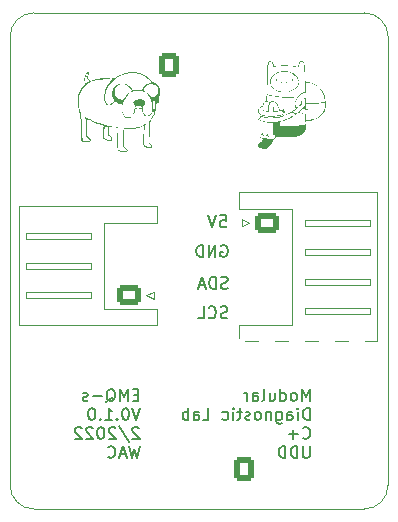
<source format=gbo>
%TF.GenerationSoftware,KiCad,Pcbnew,6.0.1-79c1e3a40b~116~ubuntu20.04.1*%
%TF.CreationDate,2022-02-07T15:26:07-03:00*%
%TF.ProjectId,v_simple,765f7369-6d70-46c6-952e-6b696361645f,rev?*%
%TF.SameCoordinates,Original*%
%TF.FileFunction,Legend,Bot*%
%TF.FilePolarity,Positive*%
%FSLAX46Y46*%
G04 Gerber Fmt 4.6, Leading zero omitted, Abs format (unit mm)*
G04 Created by KiCad (PCBNEW 6.0.1-79c1e3a40b~116~ubuntu20.04.1) date 2022-02-07 15:26:07*
%MOMM*%
%LPD*%
G01*
G04 APERTURE LIST*
G04 Aperture macros list*
%AMRoundRect*
0 Rectangle with rounded corners*
0 $1 Rounding radius*
0 $2 $3 $4 $5 $6 $7 $8 $9 X,Y pos of 4 corners*
0 Add a 4 corners polygon primitive as box body*
4,1,4,$2,$3,$4,$5,$6,$7,$8,$9,$2,$3,0*
0 Add four circle primitives for the rounded corners*
1,1,$1+$1,$2,$3*
1,1,$1+$1,$4,$5*
1,1,$1+$1,$6,$7*
1,1,$1+$1,$8,$9*
0 Add four rect primitives between the rounded corners*
20,1,$1+$1,$2,$3,$4,$5,0*
20,1,$1+$1,$4,$5,$6,$7,0*
20,1,$1+$1,$6,$7,$8,$9,0*
20,1,$1+$1,$8,$9,$2,$3,0*%
G04 Aperture macros list end*
%ADD10C,0.150000*%
%TA.AperFunction,Profile*%
%ADD11C,0.100000*%
%TD*%
%ADD12C,0.120000*%
%ADD13O,1.950000X1.700000*%
%ADD14RoundRect,0.250000X0.725000X-0.600000X0.725000X0.600000X-0.725000X0.600000X-0.725000X-0.600000X0*%
%ADD15RoundRect,0.250000X0.600000X0.725000X-0.600000X0.725000X-0.600000X-0.725000X0.600000X-0.725000X0*%
%ADD16O,1.700000X1.950000*%
%ADD17O,1.800000X2.400000*%
%ADD18RoundRect,0.250000X-0.600000X-0.725000X0.600000X-0.725000X0.600000X0.725000X-0.600000X0.725000X0*%
%ADD19RoundRect,0.250000X-0.725000X0.600000X-0.725000X-0.600000X0.725000X-0.600000X0.725000X0.600000X0*%
G04 APERTURE END LIST*
D10*
X109364404Y-90837380D02*
X109364404Y-89837380D01*
X109031071Y-90551666D01*
X108697738Y-89837380D01*
X108697738Y-90837380D01*
X108078690Y-90837380D02*
X108173928Y-90789761D01*
X108221547Y-90742142D01*
X108269166Y-90646904D01*
X108269166Y-90361190D01*
X108221547Y-90265952D01*
X108173928Y-90218333D01*
X108078690Y-90170714D01*
X107935833Y-90170714D01*
X107840595Y-90218333D01*
X107792976Y-90265952D01*
X107745357Y-90361190D01*
X107745357Y-90646904D01*
X107792976Y-90742142D01*
X107840595Y-90789761D01*
X107935833Y-90837380D01*
X108078690Y-90837380D01*
X106888214Y-90837380D02*
X106888214Y-89837380D01*
X106888214Y-90789761D02*
X106983452Y-90837380D01*
X107173928Y-90837380D01*
X107269166Y-90789761D01*
X107316785Y-90742142D01*
X107364404Y-90646904D01*
X107364404Y-90361190D01*
X107316785Y-90265952D01*
X107269166Y-90218333D01*
X107173928Y-90170714D01*
X106983452Y-90170714D01*
X106888214Y-90218333D01*
X105983452Y-90170714D02*
X105983452Y-90837380D01*
X106412023Y-90170714D02*
X106412023Y-90694523D01*
X106364404Y-90789761D01*
X106269166Y-90837380D01*
X106126309Y-90837380D01*
X106031071Y-90789761D01*
X105983452Y-90742142D01*
X105364404Y-90837380D02*
X105459642Y-90789761D01*
X105507261Y-90694523D01*
X105507261Y-89837380D01*
X104554880Y-90837380D02*
X104554880Y-90313571D01*
X104602500Y-90218333D01*
X104697738Y-90170714D01*
X104888214Y-90170714D01*
X104983452Y-90218333D01*
X104554880Y-90789761D02*
X104650119Y-90837380D01*
X104888214Y-90837380D01*
X104983452Y-90789761D01*
X105031071Y-90694523D01*
X105031071Y-90599285D01*
X104983452Y-90504047D01*
X104888214Y-90456428D01*
X104650119Y-90456428D01*
X104554880Y-90408809D01*
X104078690Y-90837380D02*
X104078690Y-90170714D01*
X104078690Y-90361190D02*
X104031071Y-90265952D01*
X103983452Y-90218333D01*
X103888214Y-90170714D01*
X103792976Y-90170714D01*
X109364404Y-92447380D02*
X109364404Y-91447380D01*
X109126309Y-91447380D01*
X108983452Y-91495000D01*
X108888214Y-91590238D01*
X108840595Y-91685476D01*
X108792976Y-91875952D01*
X108792976Y-92018809D01*
X108840595Y-92209285D01*
X108888214Y-92304523D01*
X108983452Y-92399761D01*
X109126309Y-92447380D01*
X109364404Y-92447380D01*
X108364404Y-92447380D02*
X108364404Y-91780714D01*
X108364404Y-91447380D02*
X108412023Y-91495000D01*
X108364404Y-91542619D01*
X108316785Y-91495000D01*
X108364404Y-91447380D01*
X108364404Y-91542619D01*
X107459642Y-92447380D02*
X107459642Y-91923571D01*
X107507261Y-91828333D01*
X107602500Y-91780714D01*
X107792976Y-91780714D01*
X107888214Y-91828333D01*
X107459642Y-92399761D02*
X107554880Y-92447380D01*
X107792976Y-92447380D01*
X107888214Y-92399761D01*
X107935833Y-92304523D01*
X107935833Y-92209285D01*
X107888214Y-92114047D01*
X107792976Y-92066428D01*
X107554880Y-92066428D01*
X107459642Y-92018809D01*
X106554880Y-91780714D02*
X106554880Y-92590238D01*
X106602500Y-92685476D01*
X106650119Y-92733095D01*
X106745357Y-92780714D01*
X106888214Y-92780714D01*
X106983452Y-92733095D01*
X106554880Y-92399761D02*
X106650119Y-92447380D01*
X106840595Y-92447380D01*
X106935833Y-92399761D01*
X106983452Y-92352142D01*
X107031071Y-92256904D01*
X107031071Y-91971190D01*
X106983452Y-91875952D01*
X106935833Y-91828333D01*
X106840595Y-91780714D01*
X106650119Y-91780714D01*
X106554880Y-91828333D01*
X106078690Y-91780714D02*
X106078690Y-92447380D01*
X106078690Y-91875952D02*
X106031071Y-91828333D01*
X105935833Y-91780714D01*
X105792976Y-91780714D01*
X105697738Y-91828333D01*
X105650119Y-91923571D01*
X105650119Y-92447380D01*
X105031071Y-92447380D02*
X105126309Y-92399761D01*
X105173928Y-92352142D01*
X105221547Y-92256904D01*
X105221547Y-91971190D01*
X105173928Y-91875952D01*
X105126309Y-91828333D01*
X105031071Y-91780714D01*
X104888214Y-91780714D01*
X104792976Y-91828333D01*
X104745357Y-91875952D01*
X104697738Y-91971190D01*
X104697738Y-92256904D01*
X104745357Y-92352142D01*
X104792976Y-92399761D01*
X104888214Y-92447380D01*
X105031071Y-92447380D01*
X104316785Y-92399761D02*
X104221547Y-92447380D01*
X104031071Y-92447380D01*
X103935833Y-92399761D01*
X103888214Y-92304523D01*
X103888214Y-92256904D01*
X103935833Y-92161666D01*
X104031071Y-92114047D01*
X104173928Y-92114047D01*
X104269166Y-92066428D01*
X104316785Y-91971190D01*
X104316785Y-91923571D01*
X104269166Y-91828333D01*
X104173928Y-91780714D01*
X104031071Y-91780714D01*
X103935833Y-91828333D01*
X103602500Y-91780714D02*
X103221547Y-91780714D01*
X103459642Y-91447380D02*
X103459642Y-92304523D01*
X103412023Y-92399761D01*
X103316785Y-92447380D01*
X103221547Y-92447380D01*
X102888214Y-92447380D02*
X102888214Y-91780714D01*
X102888214Y-91447380D02*
X102935833Y-91495000D01*
X102888214Y-91542619D01*
X102840595Y-91495000D01*
X102888214Y-91447380D01*
X102888214Y-91542619D01*
X101983452Y-92399761D02*
X102078690Y-92447380D01*
X102269166Y-92447380D01*
X102364404Y-92399761D01*
X102412023Y-92352142D01*
X102459642Y-92256904D01*
X102459642Y-91971190D01*
X102412023Y-91875952D01*
X102364404Y-91828333D01*
X102269166Y-91780714D01*
X102078690Y-91780714D01*
X101983452Y-91828333D01*
X100316785Y-92447380D02*
X100792976Y-92447380D01*
X100792976Y-91447380D01*
X99554880Y-92447380D02*
X99554880Y-91923571D01*
X99602500Y-91828333D01*
X99697738Y-91780714D01*
X99888214Y-91780714D01*
X99983452Y-91828333D01*
X99554880Y-92399761D02*
X99650119Y-92447380D01*
X99888214Y-92447380D01*
X99983452Y-92399761D01*
X100031071Y-92304523D01*
X100031071Y-92209285D01*
X99983452Y-92114047D01*
X99888214Y-92066428D01*
X99650119Y-92066428D01*
X99554880Y-92018809D01*
X99078690Y-92447380D02*
X99078690Y-91447380D01*
X99078690Y-91828333D02*
X98983452Y-91780714D01*
X98792976Y-91780714D01*
X98697738Y-91828333D01*
X98650119Y-91875952D01*
X98602500Y-91971190D01*
X98602500Y-92256904D01*
X98650119Y-92352142D01*
X98697738Y-92399761D01*
X98792976Y-92447380D01*
X98983452Y-92447380D01*
X99078690Y-92399761D01*
X108792976Y-93962142D02*
X108840595Y-94009761D01*
X108983452Y-94057380D01*
X109078690Y-94057380D01*
X109221547Y-94009761D01*
X109316785Y-93914523D01*
X109364404Y-93819285D01*
X109412023Y-93628809D01*
X109412023Y-93485952D01*
X109364404Y-93295476D01*
X109316785Y-93200238D01*
X109221547Y-93105000D01*
X109078690Y-93057380D01*
X108983452Y-93057380D01*
X108840595Y-93105000D01*
X108792976Y-93152619D01*
X108364404Y-93676428D02*
X107602500Y-93676428D01*
X107983452Y-94057380D02*
X107983452Y-93295476D01*
X109364404Y-94667380D02*
X109364404Y-95476904D01*
X109316785Y-95572142D01*
X109269166Y-95619761D01*
X109173928Y-95667380D01*
X108983452Y-95667380D01*
X108888214Y-95619761D01*
X108840595Y-95572142D01*
X108792976Y-95476904D01*
X108792976Y-94667380D01*
X108316785Y-95667380D02*
X108316785Y-94667380D01*
X108078690Y-94667380D01*
X107935833Y-94715000D01*
X107840595Y-94810238D01*
X107792976Y-94905476D01*
X107745357Y-95095952D01*
X107745357Y-95238809D01*
X107792976Y-95429285D01*
X107840595Y-95524523D01*
X107935833Y-95619761D01*
X108078690Y-95667380D01*
X108316785Y-95667380D01*
X107316785Y-95667380D02*
X107316785Y-94667380D01*
X107078690Y-94667380D01*
X106935833Y-94715000D01*
X106840595Y-94810238D01*
X106792976Y-94905476D01*
X106745357Y-95095952D01*
X106745357Y-95238809D01*
X106792976Y-95429285D01*
X106840595Y-95524523D01*
X106935833Y-95619761D01*
X107078690Y-95667380D01*
X107316785Y-95667380D01*
X94864404Y-90313571D02*
X94531071Y-90313571D01*
X94388214Y-90837380D02*
X94864404Y-90837380D01*
X94864404Y-89837380D01*
X94388214Y-89837380D01*
X93959642Y-90837380D02*
X93959642Y-89837380D01*
X93626309Y-90551666D01*
X93292976Y-89837380D01*
X93292976Y-90837380D01*
X92150119Y-90932619D02*
X92245357Y-90885000D01*
X92340595Y-90789761D01*
X92483452Y-90646904D01*
X92578690Y-90599285D01*
X92673928Y-90599285D01*
X92626309Y-90837380D02*
X92721547Y-90789761D01*
X92816785Y-90694523D01*
X92864404Y-90504047D01*
X92864404Y-90170714D01*
X92816785Y-89980238D01*
X92721547Y-89885000D01*
X92626309Y-89837380D01*
X92435833Y-89837380D01*
X92340595Y-89885000D01*
X92245357Y-89980238D01*
X92197738Y-90170714D01*
X92197738Y-90504047D01*
X92245357Y-90694523D01*
X92340595Y-90789761D01*
X92435833Y-90837380D01*
X92626309Y-90837380D01*
X91769166Y-90456428D02*
X91007261Y-90456428D01*
X90578690Y-90789761D02*
X90483452Y-90837380D01*
X90292976Y-90837380D01*
X90197738Y-90789761D01*
X90150119Y-90694523D01*
X90150119Y-90646904D01*
X90197738Y-90551666D01*
X90292976Y-90504047D01*
X90435833Y-90504047D01*
X90531071Y-90456428D01*
X90578690Y-90361190D01*
X90578690Y-90313571D01*
X90531071Y-90218333D01*
X90435833Y-90170714D01*
X90292976Y-90170714D01*
X90197738Y-90218333D01*
X95007261Y-91447380D02*
X94673928Y-92447380D01*
X94340595Y-91447380D01*
X93816785Y-91447380D02*
X93721547Y-91447380D01*
X93626309Y-91495000D01*
X93578690Y-91542619D01*
X93531071Y-91637857D01*
X93483452Y-91828333D01*
X93483452Y-92066428D01*
X93531071Y-92256904D01*
X93578690Y-92352142D01*
X93626309Y-92399761D01*
X93721547Y-92447380D01*
X93816785Y-92447380D01*
X93912023Y-92399761D01*
X93959642Y-92352142D01*
X94007261Y-92256904D01*
X94054880Y-92066428D01*
X94054880Y-91828333D01*
X94007261Y-91637857D01*
X93959642Y-91542619D01*
X93912023Y-91495000D01*
X93816785Y-91447380D01*
X93054880Y-92352142D02*
X93007261Y-92399761D01*
X93054880Y-92447380D01*
X93102500Y-92399761D01*
X93054880Y-92352142D01*
X93054880Y-92447380D01*
X92054880Y-92447380D02*
X92626309Y-92447380D01*
X92340595Y-92447380D02*
X92340595Y-91447380D01*
X92435833Y-91590238D01*
X92531071Y-91685476D01*
X92626309Y-91733095D01*
X91626309Y-92352142D02*
X91578690Y-92399761D01*
X91626309Y-92447380D01*
X91673928Y-92399761D01*
X91626309Y-92352142D01*
X91626309Y-92447380D01*
X90959642Y-91447380D02*
X90864404Y-91447380D01*
X90769166Y-91495000D01*
X90721547Y-91542619D01*
X90673928Y-91637857D01*
X90626309Y-91828333D01*
X90626309Y-92066428D01*
X90673928Y-92256904D01*
X90721547Y-92352142D01*
X90769166Y-92399761D01*
X90864404Y-92447380D01*
X90959642Y-92447380D01*
X91054880Y-92399761D01*
X91102500Y-92352142D01*
X91150119Y-92256904D01*
X91197738Y-92066428D01*
X91197738Y-91828333D01*
X91150119Y-91637857D01*
X91102500Y-91542619D01*
X91054880Y-91495000D01*
X90959642Y-91447380D01*
X94912023Y-93152619D02*
X94864404Y-93105000D01*
X94769166Y-93057380D01*
X94531071Y-93057380D01*
X94435833Y-93105000D01*
X94388214Y-93152619D01*
X94340595Y-93247857D01*
X94340595Y-93343095D01*
X94388214Y-93485952D01*
X94959642Y-94057380D01*
X94340595Y-94057380D01*
X93197738Y-93009761D02*
X94054880Y-94295476D01*
X92912023Y-93152619D02*
X92864404Y-93105000D01*
X92769166Y-93057380D01*
X92531071Y-93057380D01*
X92435833Y-93105000D01*
X92388214Y-93152619D01*
X92340595Y-93247857D01*
X92340595Y-93343095D01*
X92388214Y-93485952D01*
X92959642Y-94057380D01*
X92340595Y-94057380D01*
X91721547Y-93057380D02*
X91626309Y-93057380D01*
X91531071Y-93105000D01*
X91483452Y-93152619D01*
X91435833Y-93247857D01*
X91388214Y-93438333D01*
X91388214Y-93676428D01*
X91435833Y-93866904D01*
X91483452Y-93962142D01*
X91531071Y-94009761D01*
X91626309Y-94057380D01*
X91721547Y-94057380D01*
X91816785Y-94009761D01*
X91864404Y-93962142D01*
X91912023Y-93866904D01*
X91959642Y-93676428D01*
X91959642Y-93438333D01*
X91912023Y-93247857D01*
X91864404Y-93152619D01*
X91816785Y-93105000D01*
X91721547Y-93057380D01*
X91007261Y-93152619D02*
X90959642Y-93105000D01*
X90864404Y-93057380D01*
X90626309Y-93057380D01*
X90531071Y-93105000D01*
X90483452Y-93152619D01*
X90435833Y-93247857D01*
X90435833Y-93343095D01*
X90483452Y-93485952D01*
X91054880Y-94057380D01*
X90435833Y-94057380D01*
X90054880Y-93152619D02*
X90007261Y-93105000D01*
X89912023Y-93057380D01*
X89673928Y-93057380D01*
X89578690Y-93105000D01*
X89531071Y-93152619D01*
X89483452Y-93247857D01*
X89483452Y-93343095D01*
X89531071Y-93485952D01*
X90102500Y-94057380D01*
X89483452Y-94057380D01*
X94959642Y-94667380D02*
X94721547Y-95667380D01*
X94531071Y-94953095D01*
X94340595Y-95667380D01*
X94102500Y-94667380D01*
X93769166Y-95381666D02*
X93292976Y-95381666D01*
X93864404Y-95667380D02*
X93531071Y-94667380D01*
X93197738Y-95667380D01*
X92292976Y-95572142D02*
X92340595Y-95619761D01*
X92483452Y-95667380D01*
X92578690Y-95667380D01*
X92721547Y-95619761D01*
X92816785Y-95524523D01*
X92864404Y-95429285D01*
X92912023Y-95238809D01*
X92912023Y-95095952D01*
X92864404Y-94905476D01*
X92816785Y-94810238D01*
X92721547Y-94715000D01*
X92578690Y-94667380D01*
X92483452Y-94667380D01*
X92340595Y-94715000D01*
X92292976Y-94762619D01*
X102390476Y-83804761D02*
X102247619Y-83852380D01*
X102009523Y-83852380D01*
X101914285Y-83804761D01*
X101866666Y-83757142D01*
X101819047Y-83661904D01*
X101819047Y-83566666D01*
X101866666Y-83471428D01*
X101914285Y-83423809D01*
X102009523Y-83376190D01*
X102200000Y-83328571D01*
X102295238Y-83280952D01*
X102342857Y-83233333D01*
X102390476Y-83138095D01*
X102390476Y-83042857D01*
X102342857Y-82947619D01*
X102295238Y-82900000D01*
X102200000Y-82852380D01*
X101961904Y-82852380D01*
X101819047Y-82900000D01*
X100819047Y-83757142D02*
X100866666Y-83804761D01*
X101009523Y-83852380D01*
X101104761Y-83852380D01*
X101247619Y-83804761D01*
X101342857Y-83709523D01*
X101390476Y-83614285D01*
X101438095Y-83423809D01*
X101438095Y-83280952D01*
X101390476Y-83090476D01*
X101342857Y-82995238D01*
X101247619Y-82900000D01*
X101104761Y-82852380D01*
X101009523Y-82852380D01*
X100866666Y-82900000D01*
X100819047Y-82947619D01*
X99914285Y-83852380D02*
X100390476Y-83852380D01*
X100390476Y-82852380D01*
X102414285Y-81304761D02*
X102271428Y-81352380D01*
X102033333Y-81352380D01*
X101938095Y-81304761D01*
X101890476Y-81257142D01*
X101842857Y-81161904D01*
X101842857Y-81066666D01*
X101890476Y-80971428D01*
X101938095Y-80923809D01*
X102033333Y-80876190D01*
X102223809Y-80828571D01*
X102319047Y-80780952D01*
X102366666Y-80733333D01*
X102414285Y-80638095D01*
X102414285Y-80542857D01*
X102366666Y-80447619D01*
X102319047Y-80400000D01*
X102223809Y-80352380D01*
X101985714Y-80352380D01*
X101842857Y-80400000D01*
X101414285Y-81352380D02*
X101414285Y-80352380D01*
X101176190Y-80352380D01*
X101033333Y-80400000D01*
X100938095Y-80495238D01*
X100890476Y-80590476D01*
X100842857Y-80780952D01*
X100842857Y-80923809D01*
X100890476Y-81114285D01*
X100938095Y-81209523D01*
X101033333Y-81304761D01*
X101176190Y-81352380D01*
X101414285Y-81352380D01*
X100461904Y-81066666D02*
X99985714Y-81066666D01*
X100557142Y-81352380D02*
X100223809Y-80352380D01*
X99890476Y-81352380D01*
X101861904Y-77700000D02*
X101957142Y-77652380D01*
X102100000Y-77652380D01*
X102242857Y-77700000D01*
X102338095Y-77795238D01*
X102385714Y-77890476D01*
X102433333Y-78080952D01*
X102433333Y-78223809D01*
X102385714Y-78414285D01*
X102338095Y-78509523D01*
X102242857Y-78604761D01*
X102100000Y-78652380D01*
X102004761Y-78652380D01*
X101861904Y-78604761D01*
X101814285Y-78557142D01*
X101814285Y-78223809D01*
X102004761Y-78223809D01*
X101385714Y-78652380D02*
X101385714Y-77652380D01*
X100814285Y-78652380D01*
X100814285Y-77652380D01*
X100338095Y-78652380D02*
X100338095Y-77652380D01*
X100100000Y-77652380D01*
X99957142Y-77700000D01*
X99861904Y-77795238D01*
X99814285Y-77890476D01*
X99766666Y-78080952D01*
X99766666Y-78223809D01*
X99814285Y-78414285D01*
X99861904Y-78509523D01*
X99957142Y-78604761D01*
X100100000Y-78652380D01*
X100338095Y-78652380D01*
X101790476Y-75152380D02*
X102266666Y-75152380D01*
X102314285Y-75628571D01*
X102266666Y-75580952D01*
X102171428Y-75533333D01*
X101933333Y-75533333D01*
X101838095Y-75580952D01*
X101790476Y-75628571D01*
X101742857Y-75723809D01*
X101742857Y-75961904D01*
X101790476Y-76057142D01*
X101838095Y-76104761D01*
X101933333Y-76152380D01*
X102171428Y-76152380D01*
X102266666Y-76104761D01*
X102314285Y-76057142D01*
X101457142Y-75152380D02*
X101123809Y-76152380D01*
X100790476Y-75152380D01*
D11*
X86000000Y-58000000D02*
X114000000Y-58000000D01*
X114000000Y-100000000D02*
X86000000Y-100000000D01*
X116000000Y-60000000D02*
G75*
G03*
X114000000Y-58000000I-1999999J1D01*
G01*
X84000000Y-98000000D02*
X84000000Y-60000000D01*
X116000000Y-98000000D02*
X116000000Y-60000000D01*
X84000000Y-98000000D02*
G75*
G03*
X86000000Y-100000000I1999999J-1D01*
G01*
X114000000Y-100000000D02*
G75*
G03*
X116000000Y-98000000I1J1999999D01*
G01*
X86000000Y-58000000D02*
G75*
G03*
X84000000Y-60000000I-1J-1999999D01*
G01*
G36*
X110721879Y-65823262D02*
G01*
X110707681Y-65989878D01*
X110679193Y-66136753D01*
X110634609Y-66269822D01*
X110572124Y-66395021D01*
X110489933Y-66518285D01*
X110442369Y-66579684D01*
X110360959Y-66671445D01*
X110272636Y-66752175D01*
X110166507Y-66832456D01*
X110034993Y-66914687D01*
X109845126Y-67003455D01*
X109634141Y-67071371D01*
X109401547Y-67118585D01*
X109146855Y-67145248D01*
X109085980Y-67149011D01*
X109079314Y-67345413D01*
X109077199Y-67407729D01*
X109074420Y-67480362D01*
X109073994Y-67487793D01*
X109073494Y-67496505D01*
X109072247Y-67518231D01*
X109071424Y-67532564D01*
X109070551Y-67547782D01*
X109069678Y-67563001D01*
X109068299Y-67587020D01*
X109067183Y-67597963D01*
X109063304Y-67636010D01*
X109059442Y-67673886D01*
X109055644Y-67695616D01*
X109048009Y-67739293D01*
X109046536Y-67747721D01*
X109043823Y-67757759D01*
X109029426Y-67811025D01*
X109028273Y-67815289D01*
X109017481Y-67844750D01*
X109003340Y-67883352D01*
X108970428Y-67958673D01*
X108956108Y-67986039D01*
X108936138Y-68024202D01*
X108932191Y-68031744D01*
X108888342Y-68092570D01*
X108840855Y-68158443D01*
X108767154Y-68229539D01*
X108754936Y-68241325D01*
X108727999Y-68267310D01*
X108698395Y-68287166D01*
X108649461Y-68319987D01*
X108602794Y-68351288D01*
X108597792Y-68354643D01*
X108576256Y-68363970D01*
X108505974Y-68394408D01*
X108460574Y-68414070D01*
X108454404Y-68416742D01*
X108415853Y-68428911D01*
X108390113Y-68437036D01*
X108368301Y-68443233D01*
X108316342Y-68457995D01*
X108300676Y-68462446D01*
X108215392Y-68482203D01*
X108127344Y-68497437D01*
X108029613Y-68509278D01*
X107915281Y-68518856D01*
X107777430Y-68527302D01*
X107773167Y-68527532D01*
X107580051Y-68535427D01*
X107390364Y-68538439D01*
X107209448Y-68536692D01*
X107042644Y-68530308D01*
X106895293Y-68519411D01*
X106772739Y-68504125D01*
X106734490Y-68498003D01*
X106663080Y-68486737D01*
X106601338Y-68477192D01*
X106559451Y-68470953D01*
X106498350Y-68462272D01*
X106479886Y-68531305D01*
X106451094Y-68593378D01*
X106397920Y-68649435D01*
X106330016Y-68684589D01*
X106314103Y-68693734D01*
X106293245Y-68724921D01*
X106273633Y-68781472D01*
X106265639Y-68805180D01*
X106238780Y-68866055D01*
X106201764Y-68936285D01*
X106159760Y-69005692D01*
X106155916Y-69011534D01*
X106100002Y-69088486D01*
X106031721Y-69171135D01*
X105956081Y-69254403D01*
X105878090Y-69333210D01*
X105802756Y-69402479D01*
X105735088Y-69457130D01*
X105680094Y-69492086D01*
X105646295Y-69506007D01*
X105592845Y-69520741D01*
X105537944Y-69529848D01*
X105489248Y-69532568D01*
X105454415Y-69528142D01*
X105441103Y-69515808D01*
X105432127Y-69503831D01*
X105404136Y-69491601D01*
X105371186Y-69471104D01*
X105342003Y-69429291D01*
X105331397Y-69408874D01*
X105312163Y-69386993D01*
X105291463Y-69387812D01*
X105277868Y-69392763D01*
X105226122Y-69402261D01*
X105163432Y-69405714D01*
X105103322Y-69402805D01*
X105059313Y-69393221D01*
X105050360Y-69389117D01*
X105002171Y-69352536D01*
X104967443Y-69302526D01*
X104954105Y-69249891D01*
X104954569Y-69237265D01*
X104960690Y-69206342D01*
X104976104Y-69173423D01*
X105003571Y-69134942D01*
X105045851Y-69087334D01*
X105105706Y-69027031D01*
X105185895Y-68950469D01*
X105223447Y-68914823D01*
X105293828Y-68845342D01*
X105343652Y-68791335D01*
X105375132Y-68750303D01*
X105390483Y-68719748D01*
X105406979Y-68665999D01*
X105338302Y-68639771D01*
X105315036Y-68629211D01*
X105259495Y-68594988D01*
X105210786Y-68554704D01*
X105185053Y-68527843D01*
X105163035Y-68496430D01*
X105153813Y-68461472D01*
X105151948Y-68409554D01*
X105151950Y-68405632D01*
X105151966Y-68405192D01*
X105182385Y-68405192D01*
X105193080Y-68448396D01*
X105227838Y-68499655D01*
X105281101Y-68547141D01*
X105347096Y-68584568D01*
X105392266Y-68600032D01*
X105453529Y-68613662D01*
X105518755Y-68622656D01*
X105581211Y-68626621D01*
X105634160Y-68625161D01*
X105670869Y-68617879D01*
X105684602Y-68604382D01*
X105682452Y-68596973D01*
X105666642Y-68575305D01*
X105662440Y-68569707D01*
X105649443Y-68537260D01*
X105640009Y-68492772D01*
X105637118Y-68472789D01*
X105627968Y-68441435D01*
X105622444Y-68437221D01*
X105679554Y-68437221D01*
X105679829Y-68495600D01*
X105708061Y-68551984D01*
X105762661Y-68603825D01*
X105763649Y-68604382D01*
X105842041Y-68648578D01*
X105920511Y-68673238D01*
X106020505Y-68686861D01*
X106123650Y-68686124D01*
X106217256Y-68670292D01*
X106293111Y-68641217D01*
X106360544Y-68598378D01*
X106409878Y-68547515D01*
X106437114Y-68492821D01*
X106437857Y-68457468D01*
X106956975Y-68457468D01*
X106971056Y-68459924D01*
X107008628Y-68460868D01*
X107042637Y-68460140D01*
X107059921Y-68457846D01*
X107059844Y-68457819D01*
X107115159Y-68457819D01*
X107122768Y-68465428D01*
X107130378Y-68457819D01*
X107145597Y-68457819D01*
X107153206Y-68465428D01*
X107160815Y-68457819D01*
X107176034Y-68457819D01*
X107183643Y-68465428D01*
X107191253Y-68457819D01*
X107206471Y-68457819D01*
X107214081Y-68465428D01*
X107221690Y-68457819D01*
X107252127Y-68457819D01*
X107259737Y-68465428D01*
X107267346Y-68457819D01*
X107282565Y-68457819D01*
X107290174Y-68465428D01*
X107297783Y-68457819D01*
X107328221Y-68457819D01*
X107335830Y-68465428D01*
X107343440Y-68457819D01*
X107358658Y-68457819D01*
X107366268Y-68465428D01*
X107373877Y-68457819D01*
X107389096Y-68457819D01*
X107396705Y-68465428D01*
X107404314Y-68457819D01*
X107419533Y-68457819D01*
X107427142Y-68465428D01*
X107434752Y-68457819D01*
X107449970Y-68457819D01*
X107457580Y-68465428D01*
X107465189Y-68457819D01*
X107480408Y-68457819D01*
X107488017Y-68465428D01*
X107495626Y-68457819D01*
X107510845Y-68457819D01*
X107518455Y-68465428D01*
X107526064Y-68457819D01*
X107541283Y-68457819D01*
X107548892Y-68465428D01*
X107556501Y-68457819D01*
X107556078Y-68457396D01*
X107590920Y-68457396D01*
X107592977Y-68457819D01*
X107604113Y-68460109D01*
X107640204Y-68461076D01*
X107668349Y-68460391D01*
X107684798Y-68457995D01*
X107674237Y-68454508D01*
X107639895Y-68451975D01*
X107598143Y-68454715D01*
X107590920Y-68457396D01*
X107556078Y-68457396D01*
X107548892Y-68450210D01*
X107541283Y-68457819D01*
X107526064Y-68457819D01*
X107518455Y-68450210D01*
X107510845Y-68457819D01*
X107495626Y-68457819D01*
X107488017Y-68450210D01*
X107480408Y-68457819D01*
X107465189Y-68457819D01*
X107457580Y-68450210D01*
X107449970Y-68457819D01*
X107434752Y-68457819D01*
X107427142Y-68450210D01*
X107419533Y-68457819D01*
X107404314Y-68457819D01*
X107396705Y-68450210D01*
X107389096Y-68457819D01*
X107373877Y-68457819D01*
X107366268Y-68450210D01*
X107358658Y-68457819D01*
X107343440Y-68457819D01*
X107335830Y-68450210D01*
X107328221Y-68457819D01*
X107297783Y-68457819D01*
X107290174Y-68450210D01*
X107282565Y-68457819D01*
X107267346Y-68457819D01*
X107259737Y-68450210D01*
X107252127Y-68457819D01*
X107221690Y-68457819D01*
X107214081Y-68450210D01*
X107206471Y-68457819D01*
X107191253Y-68457819D01*
X107183643Y-68450210D01*
X107176034Y-68457819D01*
X107160815Y-68457819D01*
X107153206Y-68450210D01*
X107145597Y-68457819D01*
X107130378Y-68457819D01*
X107122768Y-68450210D01*
X107115159Y-68457819D01*
X107059844Y-68457819D01*
X107050480Y-68454528D01*
X107015935Y-68451980D01*
X106966777Y-68454528D01*
X106956975Y-68457468D01*
X106437857Y-68457468D01*
X106438206Y-68440834D01*
X106805334Y-68440834D01*
X106807622Y-68445598D01*
X106833613Y-68447243D01*
X106838339Y-68447142D01*
X106858553Y-68444508D01*
X106856109Y-68442600D01*
X106886879Y-68442600D01*
X106888787Y-68444508D01*
X106894488Y-68450210D01*
X106902097Y-68442600D01*
X106901339Y-68441842D01*
X107773267Y-68441842D01*
X107775524Y-68442600D01*
X107782303Y-68444877D01*
X107815219Y-68446065D01*
X107837552Y-68445621D01*
X107856673Y-68443233D01*
X107849461Y-68439469D01*
X107825324Y-68436952D01*
X107780977Y-68439469D01*
X107773267Y-68441842D01*
X106901339Y-68441842D01*
X106894488Y-68434991D01*
X106886879Y-68442600D01*
X106856109Y-68442600D01*
X106852347Y-68439663D01*
X106836903Y-68437217D01*
X106824126Y-68438490D01*
X106806691Y-68440227D01*
X106805334Y-68440834D01*
X106438206Y-68440834D01*
X106438255Y-68438490D01*
X106432074Y-68425796D01*
X106677939Y-68425796D01*
X106678174Y-68430991D01*
X106697913Y-68433789D01*
X106712872Y-68431352D01*
X106709485Y-68427382D01*
X106734692Y-68427382D01*
X106742301Y-68434991D01*
X106749910Y-68427382D01*
X107967406Y-68427382D01*
X107975015Y-68434991D01*
X107982625Y-68427382D01*
X107981166Y-68425923D01*
X108012549Y-68425923D01*
X108013754Y-68427382D01*
X108015812Y-68429874D01*
X108043499Y-68431460D01*
X108053825Y-68431313D01*
X108074869Y-68428911D01*
X108070132Y-68424500D01*
X108055465Y-68422134D01*
X108016867Y-68424500D01*
X108012549Y-68425923D01*
X107981166Y-68425923D01*
X107975015Y-68419772D01*
X107967406Y-68427382D01*
X106749910Y-68427382D01*
X106742301Y-68419772D01*
X106734692Y-68427382D01*
X106709485Y-68427382D01*
X106707108Y-68424595D01*
X106698307Y-68422163D01*
X106677939Y-68425796D01*
X106432074Y-68425796D01*
X106425083Y-68411439D01*
X106424446Y-68410578D01*
X106586627Y-68410578D01*
X106586862Y-68415773D01*
X106606601Y-68418571D01*
X106621560Y-68416134D01*
X106616666Y-68410396D01*
X108129360Y-68410396D01*
X108131649Y-68415160D01*
X108147038Y-68416134D01*
X108157640Y-68416805D01*
X108162366Y-68416705D01*
X108182580Y-68414070D01*
X108176373Y-68409226D01*
X108160929Y-68406779D01*
X108130717Y-68409790D01*
X108129360Y-68410396D01*
X106616666Y-68410396D01*
X106615796Y-68409376D01*
X106606995Y-68406945D01*
X106586627Y-68410578D01*
X106424446Y-68410578D01*
X106416437Y-68399759D01*
X106515244Y-68399759D01*
X106536849Y-68402151D01*
X106557784Y-68400029D01*
X106556722Y-68396944D01*
X108210905Y-68396944D01*
X108213990Y-68400029D01*
X108218514Y-68404554D01*
X108224083Y-68398985D01*
X108244034Y-68398985D01*
X108256561Y-68404554D01*
X108264618Y-68403455D01*
X108266707Y-68394408D01*
X108264476Y-68392586D01*
X108246415Y-68394408D01*
X108245096Y-68396944D01*
X108244034Y-68398985D01*
X108224083Y-68398985D01*
X108226124Y-68396944D01*
X108218514Y-68389335D01*
X108210905Y-68396944D01*
X106556722Y-68396944D01*
X106555872Y-68394475D01*
X106548983Y-68392464D01*
X106517825Y-68394475D01*
X106515244Y-68399759D01*
X106416437Y-68399759D01*
X106404600Y-68383767D01*
X108304909Y-68383767D01*
X108317436Y-68389335D01*
X108325493Y-68388237D01*
X108327582Y-68379189D01*
X108325351Y-68377368D01*
X108307290Y-68379189D01*
X108304909Y-68383767D01*
X106404600Y-68383767D01*
X106397632Y-68374353D01*
X106370540Y-68344670D01*
X106464487Y-68344670D01*
X106468365Y-68358897D01*
X106471491Y-68363403D01*
X106485380Y-68374116D01*
X106487461Y-68373125D01*
X106486213Y-68368548D01*
X108365784Y-68368548D01*
X108376081Y-68373125D01*
X108378311Y-68374116D01*
X108386367Y-68373018D01*
X108388457Y-68363970D01*
X108386226Y-68362149D01*
X108368165Y-68363970D01*
X108365784Y-68368548D01*
X106486213Y-68368548D01*
X106483583Y-68358897D01*
X106480457Y-68354392D01*
X106476433Y-68351288D01*
X108423967Y-68351288D01*
X108431576Y-68358897D01*
X108439185Y-68351288D01*
X108431576Y-68343679D01*
X108423967Y-68351288D01*
X106476433Y-68351288D01*
X106466568Y-68343679D01*
X106464487Y-68344670D01*
X106370540Y-68344670D01*
X106364012Y-68337518D01*
X106363347Y-68336933D01*
X108459291Y-68336933D01*
X108462014Y-68343213D01*
X108472316Y-68341338D01*
X108500060Y-68328460D01*
X108510392Y-68319987D01*
X108507670Y-68313707D01*
X108497367Y-68315582D01*
X108486016Y-68320851D01*
X108469623Y-68328460D01*
X108459291Y-68336933D01*
X106363347Y-68336933D01*
X106345059Y-68320851D01*
X106445537Y-68320851D01*
X106453146Y-68328460D01*
X106460755Y-68320851D01*
X106453146Y-68313241D01*
X106445537Y-68320851D01*
X106345059Y-68320851D01*
X106331911Y-68309289D01*
X106326304Y-68306530D01*
X108530498Y-68306530D01*
X108530646Y-68308658D01*
X108539455Y-68312009D01*
X108554779Y-68295671D01*
X108558482Y-68287166D01*
X108548068Y-68288960D01*
X108541307Y-68293658D01*
X108541262Y-68293711D01*
X108530498Y-68306530D01*
X106326304Y-68306530D01*
X106309017Y-68298023D01*
X106306640Y-68298800D01*
X106297940Y-68317203D01*
X106292331Y-68351523D01*
X106290493Y-68390311D01*
X106293106Y-68422119D01*
X106300849Y-68435497D01*
X106301534Y-68435553D01*
X106301165Y-68444825D01*
X106281460Y-68464954D01*
X106262747Y-68478041D01*
X106198000Y-68503666D01*
X106117687Y-68516412D01*
X106030610Y-68516059D01*
X105945572Y-68502390D01*
X105871374Y-68475183D01*
X105866285Y-68472437D01*
X105835815Y-68452091D01*
X105817505Y-68436544D01*
X105852008Y-68436544D01*
X105901468Y-68457025D01*
X105912294Y-68461053D01*
X105965124Y-68473648D01*
X106029715Y-68481631D01*
X106097727Y-68484829D01*
X106160819Y-68483070D01*
X106210651Y-68476182D01*
X106238882Y-68463992D01*
X106239132Y-68463263D01*
X106240647Y-68442128D01*
X106242286Y-68394489D01*
X106243987Y-68323690D01*
X106244983Y-68270524D01*
X106391868Y-68270524D01*
X106392002Y-68277379D01*
X106410638Y-68289435D01*
X106413525Y-68290518D01*
X106428775Y-68293711D01*
X106419158Y-68280916D01*
X106412475Y-68275730D01*
X108576154Y-68275730D01*
X108577209Y-68280845D01*
X108587947Y-68279094D01*
X108615096Y-68259136D01*
X108631132Y-68246048D01*
X108633754Y-68241325D01*
X108631805Y-68242221D01*
X108610396Y-68252063D01*
X108588106Y-68264579D01*
X108576154Y-68275730D01*
X106412475Y-68275730D01*
X106407968Y-68272232D01*
X106391868Y-68270524D01*
X106244983Y-68270524D01*
X106245428Y-68246798D01*
X106341698Y-68246798D01*
X106354224Y-68252367D01*
X106362281Y-68251268D01*
X106364370Y-68242221D01*
X106362140Y-68240399D01*
X106344079Y-68242221D01*
X106341698Y-68246798D01*
X106245428Y-68246798D01*
X106245685Y-68233070D01*
X106245739Y-68229539D01*
X106308568Y-68229539D01*
X106316178Y-68237148D01*
X106323787Y-68229539D01*
X108652247Y-68229539D01*
X108659857Y-68237148D01*
X108667466Y-68229539D01*
X108659857Y-68221929D01*
X108652247Y-68229539D01*
X106323787Y-68229539D01*
X106316178Y-68221929D01*
X106308568Y-68229539D01*
X106245739Y-68229539D01*
X106246203Y-68199101D01*
X106308568Y-68199101D01*
X106316178Y-68206711D01*
X106320801Y-68202087D01*
X108682685Y-68202087D01*
X108683031Y-68204711D01*
X108690127Y-68204090D01*
X108709298Y-68186820D01*
X108744379Y-68149640D01*
X108796825Y-68092570D01*
X108739755Y-68145017D01*
X108718927Y-68164477D01*
X108692868Y-68190100D01*
X108685222Y-68199101D01*
X108682685Y-68202087D01*
X106320801Y-68202087D01*
X106323787Y-68199101D01*
X106316178Y-68191492D01*
X106308568Y-68199101D01*
X106246203Y-68199101D01*
X106247317Y-68125971D01*
X106248159Y-68058597D01*
X106310249Y-68058597D01*
X106312644Y-68119203D01*
X106314127Y-68131397D01*
X106316360Y-68130528D01*
X106317897Y-68103909D01*
X106318359Y-68063996D01*
X108804434Y-68063996D01*
X108804684Y-68066667D01*
X108814599Y-68066770D01*
X108836813Y-68043110D01*
X108845314Y-68032083D01*
X108849093Y-68024202D01*
X108831067Y-68037364D01*
X108814834Y-68051293D01*
X108812189Y-68054524D01*
X108804434Y-68063996D01*
X106318359Y-68063996D01*
X106318469Y-68054524D01*
X106318277Y-68023720D01*
X106317121Y-67986964D01*
X106316973Y-67986039D01*
X108865309Y-67986039D01*
X108872918Y-67993649D01*
X108880528Y-67986039D01*
X108872918Y-67978430D01*
X108865309Y-67986039D01*
X106316973Y-67986039D01*
X106315154Y-67974678D01*
X106312644Y-67989844D01*
X106312119Y-67996245D01*
X106310249Y-68058597D01*
X106248159Y-68058597D01*
X106248819Y-68005733D01*
X106249324Y-67955602D01*
X106826004Y-67955602D01*
X106833613Y-67963211D01*
X106839978Y-67956847D01*
X108884309Y-67956847D01*
X108890776Y-67952135D01*
X108905260Y-67929020D01*
X108921915Y-67896462D01*
X108935489Y-67864894D01*
X108940730Y-67844750D01*
X108939143Y-67844156D01*
X108935517Y-67849071D01*
X108927771Y-67859570D01*
X108925097Y-67864290D01*
X108912162Y-67887118D01*
X108909192Y-67892359D01*
X108901033Y-67908479D01*
X108897147Y-67917555D01*
X108887065Y-67941102D01*
X108884527Y-67955602D01*
X108884309Y-67956847D01*
X106839978Y-67956847D01*
X106841223Y-67955602D01*
X106833613Y-67947993D01*
X106826004Y-67955602D01*
X106249324Y-67955602D01*
X106249783Y-67909946D01*
X106308568Y-67909946D01*
X106316178Y-67917555D01*
X106323787Y-67909946D01*
X106319431Y-67905590D01*
X106782709Y-67905590D01*
X106782976Y-67909946D01*
X106785076Y-67944188D01*
X106786499Y-67948506D01*
X106790449Y-67945243D01*
X106792036Y-67917555D01*
X106791889Y-67907230D01*
X106789487Y-67886186D01*
X106785076Y-67890923D01*
X106782709Y-67905590D01*
X106319431Y-67905590D01*
X106316178Y-67902337D01*
X106308568Y-67909946D01*
X106249783Y-67909946D01*
X106250093Y-67879203D01*
X106844474Y-67879203D01*
X106846296Y-67897264D01*
X106850873Y-67899645D01*
X106856441Y-67887118D01*
X106855343Y-67879061D01*
X106846296Y-67876972D01*
X106844474Y-67879203D01*
X106250093Y-67879203D01*
X106250128Y-67875699D01*
X106250229Y-67864290D01*
X106308568Y-67864290D01*
X106316178Y-67871899D01*
X106323787Y-67864290D01*
X106316178Y-67856681D01*
X106308568Y-67864290D01*
X106250229Y-67864290D01*
X106250364Y-67849071D01*
X106765129Y-67849071D01*
X106772739Y-67856681D01*
X106780348Y-67849071D01*
X106772739Y-67841462D01*
X106765129Y-67849071D01*
X106250364Y-67849071D01*
X106250499Y-67833853D01*
X106323787Y-67833853D01*
X106331396Y-67841462D01*
X106339006Y-67833853D01*
X106331396Y-67826243D01*
X106323787Y-67833853D01*
X106250499Y-67833853D01*
X106250663Y-67815344D01*
X106843448Y-67815344D01*
X106845293Y-67833853D01*
X106846459Y-67845556D01*
X106847065Y-67846913D01*
X106851829Y-67844625D01*
X106853474Y-67818634D01*
X106853374Y-67813908D01*
X106851966Y-67803109D01*
X108944654Y-67803109D01*
X108946219Y-67818634D01*
X108946475Y-67821170D01*
X108951053Y-67823551D01*
X108956621Y-67811025D01*
X108955523Y-67802968D01*
X108946475Y-67800879D01*
X108944654Y-67803109D01*
X106851966Y-67803109D01*
X106850739Y-67793694D01*
X106845895Y-67799900D01*
X106843448Y-67815344D01*
X106250663Y-67815344D01*
X106251167Y-67758657D01*
X106841223Y-67758657D01*
X106841371Y-67760785D01*
X106850180Y-67764136D01*
X106856161Y-67757759D01*
X108956621Y-67757759D01*
X108964230Y-67765368D01*
X108971840Y-67757759D01*
X108964230Y-67750150D01*
X108956621Y-67757759D01*
X106856161Y-67757759D01*
X106865504Y-67747798D01*
X106869207Y-67739293D01*
X106858793Y-67741087D01*
X106852032Y-67745785D01*
X106841223Y-67758657D01*
X106251167Y-67758657D01*
X106252528Y-67605572D01*
X106323787Y-67605572D01*
X106331396Y-67613182D01*
X106339006Y-67605572D01*
X106331396Y-67597963D01*
X106323787Y-67605572D01*
X106252528Y-67605572D01*
X106252799Y-67575135D01*
X106323787Y-67575135D01*
X106331396Y-67582744D01*
X106339006Y-67575135D01*
X106331396Y-67567525D01*
X106323787Y-67575135D01*
X106252799Y-67575135D01*
X106253070Y-67544697D01*
X106323787Y-67544697D01*
X106331396Y-67552307D01*
X106339006Y-67544697D01*
X106331396Y-67537088D01*
X106323787Y-67544697D01*
X106253070Y-67544697D01*
X106254356Y-67400045D01*
X106325457Y-67400045D01*
X106327919Y-67457190D01*
X106328937Y-67465248D01*
X106331467Y-67468615D01*
X106333228Y-67445847D01*
X106333889Y-67400120D01*
X106333802Y-67381497D01*
X106332713Y-67343539D01*
X106330641Y-67329664D01*
X106327919Y-67343050D01*
X106325457Y-67400045D01*
X106254356Y-67400045D01*
X106255100Y-67316417D01*
X106354224Y-67316417D01*
X106361834Y-67324026D01*
X106369443Y-67316417D01*
X106384662Y-67316417D01*
X106392271Y-67324026D01*
X106399881Y-67316417D01*
X106392271Y-67308808D01*
X106384662Y-67316417D01*
X106369443Y-67316417D01*
X106361834Y-67308808D01*
X106354224Y-67316417D01*
X106255100Y-67316417D01*
X106255248Y-67299740D01*
X106429805Y-67299740D01*
X106433068Y-67303690D01*
X106460755Y-67305277D01*
X106471081Y-67305130D01*
X106492124Y-67302728D01*
X106487388Y-67298317D01*
X106472721Y-67295950D01*
X106434123Y-67298317D01*
X106429805Y-67299740D01*
X106255248Y-67299740D01*
X106255303Y-67293578D01*
X106063710Y-67293583D01*
X105872117Y-67293589D01*
X105862062Y-67706966D01*
X105859855Y-67801549D01*
X105857320Y-67920752D01*
X105855159Y-68034214D01*
X105853480Y-68135765D01*
X105852394Y-68219232D01*
X105852008Y-68278444D01*
X105852008Y-68436544D01*
X105817505Y-68436544D01*
X105807952Y-68428432D01*
X105788001Y-68407019D01*
X105781273Y-68393412D01*
X105793074Y-68393171D01*
X105803744Y-68395671D01*
X105813560Y-68386449D01*
X105813069Y-68353900D01*
X105812874Y-68351933D01*
X105809335Y-68317679D01*
X105807323Y-68300791D01*
X105806655Y-68299414D01*
X105792938Y-68303473D01*
X105767428Y-68322697D01*
X105737220Y-68350619D01*
X105709415Y-68380771D01*
X105691109Y-68406685D01*
X105679554Y-68437221D01*
X105622444Y-68437221D01*
X105608130Y-68426302D01*
X105568084Y-68417413D01*
X105551559Y-68414049D01*
X105496534Y-68397208D01*
X105441566Y-68373893D01*
X105396494Y-68348667D01*
X105371155Y-68326091D01*
X105368179Y-68315596D01*
X105385341Y-68317787D01*
X105391798Y-68319863D01*
X105406642Y-68315028D01*
X105410432Y-68286131D01*
X105408298Y-68251789D01*
X105395881Y-68221881D01*
X105368882Y-68217099D01*
X105323332Y-68235118D01*
X105287973Y-68256073D01*
X105233121Y-68302961D01*
X105196021Y-68354965D01*
X105182385Y-68405192D01*
X105151966Y-68405192D01*
X105153649Y-68357950D01*
X105162111Y-68325207D01*
X105182636Y-68295651D01*
X105220527Y-68257532D01*
X105244843Y-68235490D01*
X105298503Y-68198813D01*
X105351966Y-68181769D01*
X105414825Y-68171718D01*
X105405227Y-68048441D01*
X105403864Y-68027237D01*
X105401218Y-67963549D01*
X105398939Y-67878664D01*
X105397165Y-67779689D01*
X105441103Y-67779689D01*
X105441126Y-67829200D01*
X105441566Y-67977378D01*
X105442613Y-68097742D01*
X105444330Y-68192312D01*
X105446781Y-68263108D01*
X105450029Y-68312149D01*
X105454139Y-68341457D01*
X105459174Y-68353051D01*
X105471975Y-68358653D01*
X105509382Y-68370472D01*
X105558045Y-68383002D01*
X105638845Y-68401785D01*
X105670932Y-68356722D01*
X105673812Y-68352814D01*
X105711050Y-68312880D01*
X105754452Y-68278209D01*
X105805885Y-68244757D01*
X105809923Y-67766106D01*
X105813961Y-67287456D01*
X105794398Y-67284394D01*
X106556189Y-67284394D01*
X106556328Y-67287456D01*
X106556425Y-67289589D01*
X106576164Y-67292387D01*
X106591123Y-67289950D01*
X106585358Y-67283193D01*
X106576558Y-67280761D01*
X106556189Y-67284394D01*
X105794398Y-67284394D01*
X105725281Y-67273576D01*
X106667431Y-67273576D01*
X106689036Y-67275967D01*
X106709971Y-67273846D01*
X106708059Y-67268291D01*
X106701170Y-67266281D01*
X106670012Y-67268291D01*
X106667431Y-67273576D01*
X105725281Y-67273576D01*
X105699821Y-67269591D01*
X105699696Y-67269572D01*
X105633897Y-67258243D01*
X105595364Y-67250559D01*
X106738478Y-67250559D01*
X106745703Y-67260229D01*
X106748519Y-67263214D01*
X106751803Y-67273846D01*
X106756042Y-67287571D01*
X106756325Y-67289950D01*
X106756756Y-67293578D01*
X106757843Y-67302728D01*
X106759470Y-67316417D01*
X106761832Y-67336295D01*
X106765435Y-67400120D01*
X106766072Y-67411403D01*
X106768947Y-67514909D01*
X106769514Y-67544697D01*
X106770093Y-67575135D01*
X106770672Y-67605572D01*
X106773569Y-67757759D01*
X106774379Y-67696884D01*
X106856441Y-67696884D01*
X106864051Y-67704494D01*
X106871660Y-67696884D01*
X106869998Y-67695222D01*
X108974231Y-67695222D01*
X108974527Y-67696884D01*
X108977864Y-67715591D01*
X108983059Y-67715355D01*
X108985857Y-67695616D01*
X108983420Y-67680657D01*
X108976662Y-67686421D01*
X108974231Y-67695222D01*
X106869998Y-67695222D01*
X106864051Y-67689275D01*
X106856441Y-67696884D01*
X106774379Y-67696884D01*
X106775188Y-67636010D01*
X107571720Y-67636010D01*
X107579329Y-67643619D01*
X107586939Y-67636010D01*
X107579329Y-67628400D01*
X107571720Y-67636010D01*
X106775188Y-67636010D01*
X106775492Y-67613182D01*
X106856441Y-67613182D01*
X106856551Y-67616768D01*
X106860246Y-67626883D01*
X106872450Y-67622777D01*
X106878586Y-67620791D01*
X107054284Y-67620791D01*
X107061894Y-67628400D01*
X107069503Y-67620791D01*
X107069372Y-67620660D01*
X107110214Y-67620660D01*
X107111259Y-67620791D01*
X107127996Y-67622890D01*
X107168425Y-67623684D01*
X107169096Y-67623683D01*
X107207849Y-67622747D01*
X107220544Y-67620791D01*
X107267346Y-67620791D01*
X107274955Y-67628400D01*
X107282565Y-67620791D01*
X107282468Y-67620694D01*
X107952635Y-67620694D01*
X107953513Y-67620791D01*
X107971252Y-67622750D01*
X108013062Y-67623529D01*
X108019322Y-67623516D01*
X108058472Y-67622558D01*
X108071048Y-67620791D01*
X108119593Y-67620791D01*
X108127202Y-67628400D01*
X108134812Y-67620791D01*
X108127202Y-67613182D01*
X108119593Y-67620791D01*
X108071048Y-67620791D01*
X108074009Y-67620375D01*
X108062523Y-67617391D01*
X108016966Y-67614872D01*
X107963601Y-67617391D01*
X107960624Y-67617786D01*
X107952635Y-67620694D01*
X107282468Y-67620694D01*
X107274955Y-67613182D01*
X107267346Y-67620791D01*
X107220544Y-67620791D01*
X107222549Y-67620482D01*
X107210003Y-67617371D01*
X107164965Y-67614878D01*
X107118691Y-67617526D01*
X107110214Y-67620660D01*
X107069372Y-67620660D01*
X107061894Y-67613182D01*
X107054284Y-67620791D01*
X106878586Y-67620791D01*
X106902097Y-67613182D01*
X106928675Y-67604670D01*
X108209546Y-67604670D01*
X108217630Y-67608119D01*
X108248952Y-67609344D01*
X108265550Y-67608949D01*
X108283842Y-67606427D01*
X108282043Y-67605572D01*
X108347873Y-67605572D01*
X108355483Y-67613182D01*
X108363092Y-67605572D01*
X108355483Y-67597963D01*
X108347873Y-67605572D01*
X108282043Y-67605572D01*
X108275407Y-67602418D01*
X108251079Y-67599890D01*
X108236808Y-67600997D01*
X108214532Y-67602725D01*
X108209546Y-67604670D01*
X106928675Y-67604670D01*
X106940144Y-67600997D01*
X106898293Y-67599480D01*
X106869530Y-67602626D01*
X106856441Y-67613182D01*
X106775492Y-67613182D01*
X106775819Y-67588587D01*
X108388078Y-67588587D01*
X108390367Y-67593351D01*
X108416357Y-67594996D01*
X108421083Y-67594896D01*
X108441297Y-67592261D01*
X108435091Y-67587416D01*
X108426131Y-67585997D01*
X108989420Y-67585997D01*
X108990620Y-67605572D01*
X108991554Y-67620791D01*
X108991787Y-67624596D01*
X108993209Y-67628914D01*
X108997160Y-67625650D01*
X108998746Y-67597963D01*
X108998599Y-67587637D01*
X108996198Y-67566594D01*
X108991787Y-67571330D01*
X108990865Y-67577042D01*
X108989420Y-67585997D01*
X108426131Y-67585997D01*
X108419647Y-67584970D01*
X108389435Y-67587980D01*
X108388078Y-67588587D01*
X106775819Y-67588587D01*
X106776021Y-67573368D01*
X108525047Y-67573368D01*
X108527335Y-67578132D01*
X108553326Y-67579777D01*
X108558052Y-67579677D01*
X108578266Y-67577042D01*
X108572059Y-67572198D01*
X108556615Y-67569751D01*
X108526403Y-67572762D01*
X108525047Y-67573368D01*
X106776021Y-67573368D01*
X106776340Y-67549378D01*
X106856441Y-67549378D01*
X107012433Y-67558599D01*
X107051448Y-67560756D01*
X107206803Y-67566947D01*
X107376945Y-67570504D01*
X107556227Y-67571532D01*
X107739004Y-67570137D01*
X107919628Y-67566427D01*
X108027490Y-67562731D01*
X108615424Y-67562731D01*
X108637028Y-67565122D01*
X108657964Y-67563001D01*
X108656052Y-67557446D01*
X108649163Y-67555436D01*
X108618005Y-67557446D01*
X108615424Y-67562731D01*
X108027490Y-67562731D01*
X108092453Y-67560505D01*
X108251833Y-67552479D01*
X108321347Y-67547512D01*
X108721954Y-67547512D01*
X108743559Y-67549904D01*
X108764495Y-67547782D01*
X108762583Y-67542228D01*
X108755694Y-67540218D01*
X108724536Y-67542228D01*
X108721954Y-67547512D01*
X108321347Y-67547512D01*
X108392120Y-67542455D01*
X108490653Y-67532293D01*
X108798048Y-67532293D01*
X108819653Y-67534685D01*
X108840588Y-67532564D01*
X108838676Y-67527009D01*
X108831787Y-67524999D01*
X108800629Y-67527009D01*
X108798048Y-67532293D01*
X108490653Y-67532293D01*
X108507670Y-67530538D01*
X108586025Y-67519864D01*
X108632749Y-67512675D01*
X108869431Y-67512675D01*
X108869666Y-67517870D01*
X108889405Y-67520668D01*
X108904364Y-67518231D01*
X108898600Y-67511473D01*
X108889799Y-67509042D01*
X108869431Y-67512675D01*
X108632749Y-67512675D01*
X108680091Y-67505391D01*
X108705345Y-67501082D01*
X108928876Y-67501082D01*
X108941402Y-67506651D01*
X108949459Y-67505552D01*
X108951548Y-67496505D01*
X108949318Y-67494683D01*
X108931257Y-67496505D01*
X108928876Y-67501082D01*
X108705345Y-67501082D01*
X108771945Y-67489718D01*
X108811707Y-67482237D01*
X108975961Y-67482237D01*
X108976197Y-67487432D01*
X108995936Y-67490230D01*
X109010895Y-67487793D01*
X109005131Y-67481036D01*
X108996330Y-67478604D01*
X108975961Y-67482237D01*
X108811707Y-67482237D01*
X108855997Y-67473904D01*
X108926657Y-67459008D01*
X108978335Y-67446091D01*
X109005443Y-67436210D01*
X109008988Y-67430607D01*
X109013814Y-67400990D01*
X109015963Y-67345413D01*
X109015470Y-67262419D01*
X109012370Y-67150553D01*
X109010200Y-67084490D01*
X109007233Y-66981888D01*
X109004833Y-66883903D01*
X109003205Y-66799133D01*
X109002552Y-66736178D01*
X109002277Y-66597281D01*
X108860721Y-66564570D01*
X108859926Y-66564386D01*
X108773717Y-66540933D01*
X108686755Y-66511283D01*
X108606674Y-66478554D01*
X108541108Y-66445864D01*
X108497691Y-66416329D01*
X108493721Y-66413013D01*
X108480359Y-66407383D01*
X108462409Y-66411301D01*
X108435225Y-66427314D01*
X108394164Y-66457972D01*
X108334581Y-66505822D01*
X108257531Y-66565277D01*
X108231678Y-66582990D01*
X108116968Y-66661583D01*
X107949710Y-66763524D01*
X107754344Y-66871991D01*
X107680546Y-66909488D01*
X107583820Y-66955198D01*
X107476228Y-67003400D01*
X107364130Y-67051432D01*
X107253884Y-67096632D01*
X107151851Y-67136338D01*
X107064389Y-67167889D01*
X106997859Y-67188623D01*
X106875805Y-67221291D01*
X106866123Y-67335829D01*
X106865928Y-67338149D01*
X106863276Y-67373461D01*
X106861142Y-67401869D01*
X106857737Y-67459876D01*
X106856441Y-67499873D01*
X106856441Y-67549378D01*
X106776340Y-67549378D01*
X106776959Y-67502846D01*
X106777562Y-67454085D01*
X106778096Y-67373461D01*
X106777341Y-67316998D01*
X106774912Y-67280466D01*
X106770421Y-67259636D01*
X106763485Y-67250279D01*
X106753715Y-67248166D01*
X106738478Y-67250559D01*
X105595364Y-67250559D01*
X105571072Y-67245715D01*
X105524806Y-67234696D01*
X105511008Y-67230914D01*
X105473217Y-67221423D01*
X105452517Y-67217580D01*
X105452352Y-67217638D01*
X105449776Y-67234056D01*
X105447409Y-67277352D01*
X105445320Y-67344173D01*
X105443577Y-67431170D01*
X105442248Y-67534989D01*
X105441400Y-67652279D01*
X105441103Y-67779689D01*
X105397165Y-67779689D01*
X105397150Y-67778824D01*
X105395975Y-67670271D01*
X105395538Y-67559248D01*
X105395447Y-67193332D01*
X105269283Y-67152245D01*
X105255203Y-67147538D01*
X105187358Y-67121995D01*
X105124783Y-67094377D01*
X105079480Y-67069893D01*
X105048257Y-67047705D01*
X105012516Y-67012283D01*
X105006403Y-66994973D01*
X105035895Y-66994973D01*
X105049194Y-67014891D01*
X105087498Y-67038884D01*
X105147099Y-67065669D01*
X105224289Y-67093962D01*
X105315358Y-67122478D01*
X105416599Y-67149933D01*
X105524301Y-67175044D01*
X105634758Y-67196526D01*
X105763260Y-67215178D01*
X105908686Y-67229688D01*
X106060774Y-67239322D01*
X106212221Y-67243863D01*
X106355725Y-67243096D01*
X106483984Y-67236805D01*
X106589697Y-67224773D01*
X106768113Y-67190014D01*
X107051035Y-67112551D01*
X107337470Y-67007678D01*
X107624467Y-66876523D01*
X107909071Y-66720216D01*
X107942139Y-66700187D01*
X108006222Y-66659490D01*
X108057687Y-66624238D01*
X108091936Y-66597661D01*
X108104374Y-66582990D01*
X108101449Y-66571917D01*
X108079935Y-66540240D01*
X108043513Y-66501837D01*
X107999356Y-66463250D01*
X107954640Y-66431022D01*
X107916540Y-66411697D01*
X107908153Y-66408991D01*
X107883223Y-66403139D01*
X107859297Y-66404294D01*
X107829566Y-66414565D01*
X107787222Y-66436062D01*
X107725457Y-66470892D01*
X107580666Y-66549564D01*
X107289947Y-66682960D01*
X106994259Y-66786473D01*
X106693894Y-66860022D01*
X106641753Y-66867466D01*
X106389140Y-66903531D01*
X106080288Y-66916920D01*
X106019836Y-66916138D01*
X105853699Y-66907940D01*
X105700093Y-66889521D01*
X105588879Y-66867466D01*
X105867987Y-66867466D01*
X106262912Y-66867466D01*
X106262912Y-66818005D01*
X106323851Y-66818005D01*
X106326975Y-66838850D01*
X106343115Y-66849192D01*
X106380857Y-66850518D01*
X106400374Y-66849343D01*
X106457235Y-66843361D01*
X106530421Y-66833639D01*
X106610890Y-66821501D01*
X106689603Y-66808274D01*
X106757520Y-66795283D01*
X106794419Y-66785137D01*
X106815465Y-66768636D01*
X106823404Y-66739309D01*
X106824945Y-66713979D01*
X106815527Y-66701478D01*
X106785357Y-66705062D01*
X106780571Y-66706027D01*
X106743867Y-66712796D01*
X106685743Y-66723008D01*
X106613168Y-66735453D01*
X106533108Y-66748918D01*
X106528009Y-66749768D01*
X106446381Y-66763701D01*
X106389960Y-66774574D01*
X106354122Y-66783913D01*
X106334241Y-66793247D01*
X106325693Y-66804102D01*
X106323851Y-66818005D01*
X106262912Y-66818005D01*
X106262912Y-66780800D01*
X106077158Y-66771460D01*
X106072887Y-66771247D01*
X106002058Y-66767969D01*
X105943875Y-66765762D01*
X105904254Y-66764819D01*
X105889111Y-66765332D01*
X105888911Y-66765715D01*
X105884429Y-66783469D01*
X105877402Y-66818005D01*
X105870084Y-66856450D01*
X105867987Y-66867466D01*
X105588879Y-66867466D01*
X105546350Y-66859032D01*
X105379796Y-66814621D01*
X105370757Y-66811984D01*
X105285922Y-66789350D01*
X105227325Y-66778440D01*
X105193351Y-66779061D01*
X105182385Y-66791021D01*
X105184514Y-66798724D01*
X105209593Y-66822137D01*
X105260586Y-66848757D01*
X105334572Y-66876935D01*
X105371882Y-66889885D01*
X105395776Y-66900392D01*
X105395736Y-66906382D01*
X105374674Y-66910276D01*
X105359660Y-66910797D01*
X105311758Y-66905178D01*
X105259675Y-66892128D01*
X105217129Y-66881373D01*
X105169149Y-66877145D01*
X105134705Y-66883002D01*
X105121510Y-66898584D01*
X105125051Y-66903345D01*
X105150604Y-66918203D01*
X105195279Y-66937911D01*
X105252464Y-66959673D01*
X105315549Y-66980691D01*
X105337094Y-66990682D01*
X105349791Y-67006149D01*
X105349255Y-67008305D01*
X105331232Y-67013675D01*
X105292654Y-67010231D01*
X105240367Y-66998996D01*
X105181219Y-66980991D01*
X105154996Y-66973909D01*
X105105129Y-66969239D01*
X105062273Y-66974738D01*
X105037488Y-66989732D01*
X105035895Y-66994973D01*
X105006403Y-66994973D01*
X105002565Y-66984106D01*
X105018779Y-66965497D01*
X105061534Y-66958778D01*
X105094651Y-66953250D01*
X105106736Y-66939227D01*
X105092502Y-66921614D01*
X105083730Y-66911145D01*
X105085076Y-66886250D01*
X105101936Y-66862704D01*
X105128259Y-66852247D01*
X105145230Y-66850662D01*
X105156748Y-66837956D01*
X105154946Y-66804905D01*
X105154668Y-66769838D01*
X105167690Y-66745392D01*
X105190577Y-66739471D01*
X105235941Y-66741301D01*
X105288535Y-66752122D01*
X105336718Y-66770224D01*
X105363030Y-66781682D01*
X105376803Y-66776081D01*
X105383335Y-66746315D01*
X105441103Y-66746315D01*
X105442730Y-66764815D01*
X105453402Y-66782086D01*
X105480082Y-66795808D01*
X105529637Y-66810997D01*
X105573787Y-66821760D01*
X105648891Y-66836156D01*
X105719871Y-66846031D01*
X105821570Y-66856450D01*
X105821570Y-66801083D01*
X105821308Y-66779634D01*
X105816068Y-66755858D01*
X105797436Y-66746743D01*
X105756891Y-66744886D01*
X105751020Y-66744750D01*
X105700688Y-66741311D01*
X105635023Y-66734342D01*
X105566657Y-66725152D01*
X105441103Y-66706248D01*
X105441103Y-66746315D01*
X105383335Y-66746315D01*
X105383491Y-66745605D01*
X105384535Y-66716544D01*
X105370415Y-66681982D01*
X105338180Y-66669622D01*
X105336081Y-66669567D01*
X105297334Y-66659165D01*
X105244886Y-66634306D01*
X105187383Y-66600099D01*
X105133473Y-66561652D01*
X105091802Y-66524073D01*
X105063724Y-66490308D01*
X105013571Y-66400628D01*
X104996334Y-66326654D01*
X105041870Y-66326654D01*
X105068589Y-66414857D01*
X105123598Y-66495110D01*
X105125216Y-66496855D01*
X105178258Y-66544336D01*
X105243330Y-66584131D01*
X105324106Y-66617498D01*
X105424261Y-66645695D01*
X105547471Y-66669981D01*
X105697412Y-66691616D01*
X105724197Y-66694755D01*
X105838975Y-66704382D01*
X105970008Y-66710564D01*
X106109546Y-66713313D01*
X106249838Y-66712641D01*
X106383131Y-66708561D01*
X106501677Y-66701083D01*
X106597724Y-66690221D01*
X106623345Y-66686017D01*
X106714322Y-66667476D01*
X106813691Y-66642731D01*
X106916001Y-66613582D01*
X107015802Y-66581828D01*
X107107644Y-66549267D01*
X107186076Y-66517698D01*
X107245650Y-66488921D01*
X107280914Y-66464734D01*
X107292664Y-66451319D01*
X107288939Y-66443056D01*
X107259193Y-66441350D01*
X107237432Y-66443423D01*
X107187736Y-66454446D01*
X107134019Y-66471787D01*
X107101686Y-66482900D01*
X107050152Y-66496420D01*
X107012270Y-66501319D01*
X107008541Y-66501163D01*
X106997845Y-66497022D01*
X107007829Y-66486078D01*
X107040902Y-66466546D01*
X107099470Y-66436640D01*
X107130774Y-66420665D01*
X107182081Y-66392081D01*
X107218587Y-66368492D01*
X107233901Y-66353835D01*
X107234344Y-66351211D01*
X107222399Y-66339016D01*
X107191063Y-66334980D01*
X107148965Y-66339232D01*
X107104736Y-66351901D01*
X107087633Y-66358575D01*
X107029788Y-66379029D01*
X106980207Y-66393589D01*
X106945565Y-66400473D01*
X106932535Y-66397898D01*
X106933273Y-66396186D01*
X106951483Y-66382191D01*
X106989144Y-66360334D01*
X107039603Y-66334551D01*
X107041981Y-66333398D01*
X107111141Y-66296592D01*
X107160234Y-66263764D01*
X107186439Y-66237127D01*
X107186938Y-66218893D01*
X107182489Y-66217087D01*
X107165349Y-66218646D01*
X107133296Y-66226989D01*
X107082957Y-66243155D01*
X107019155Y-66265336D01*
X107010960Y-66268185D01*
X106913934Y-66303120D01*
X106876570Y-66315492D01*
X106766938Y-66342851D01*
X106636736Y-66365757D01*
X106492799Y-66383722D01*
X106341965Y-66396258D01*
X106191067Y-66402874D01*
X106046941Y-66403083D01*
X105916424Y-66396396D01*
X105806351Y-66382323D01*
X105771617Y-66375565D01*
X105639649Y-66343404D01*
X105513586Y-66303089D01*
X105401603Y-66257477D01*
X105355207Y-66232631D01*
X105448712Y-66232631D01*
X105509587Y-66254307D01*
X105515088Y-66256209D01*
X105563377Y-66270731D01*
X105627218Y-66287593D01*
X105694329Y-66303523D01*
X105818196Y-66331062D01*
X105827325Y-66275867D01*
X105827647Y-66273292D01*
X105889606Y-66273292D01*
X105890693Y-66317675D01*
X105894885Y-66337806D01*
X105911542Y-66343042D01*
X105951938Y-66348444D01*
X106007801Y-66353040D01*
X106071269Y-66356421D01*
X106134478Y-66358178D01*
X106189566Y-66357901D01*
X106228670Y-66355181D01*
X106278131Y-66348101D01*
X106278594Y-66132199D01*
X106279189Y-66074327D01*
X106282072Y-65999888D01*
X106286838Y-65955117D01*
X106292931Y-65939612D01*
X106299801Y-65952967D01*
X106306893Y-65994779D01*
X106313656Y-66064642D01*
X106319536Y-66162152D01*
X106328603Y-66354049D01*
X106444140Y-66345648D01*
X106456605Y-66344664D01*
X106529997Y-66336203D01*
X106603784Y-66323886D01*
X106671840Y-66309177D01*
X106728038Y-66293540D01*
X106766249Y-66278439D01*
X106780348Y-66265336D01*
X106779110Y-66255829D01*
X106771854Y-66220380D01*
X106759552Y-66167175D01*
X106743873Y-66103615D01*
X106740987Y-66092420D01*
X106692859Y-65943628D01*
X106632098Y-65813600D01*
X106560530Y-65705137D01*
X106479979Y-65621040D01*
X106392271Y-65564110D01*
X106378232Y-65557923D01*
X106290076Y-65533457D01*
X106200957Y-65530186D01*
X106121651Y-65548722D01*
X106074640Y-65576831D01*
X106035245Y-65614690D01*
X106017216Y-65632016D01*
X105968385Y-65700964D01*
X105935607Y-65774617D01*
X105932636Y-65785841D01*
X105924090Y-65832560D01*
X105915622Y-65896884D01*
X105907667Y-65972833D01*
X105900655Y-66054428D01*
X105895019Y-66135689D01*
X105891192Y-66210637D01*
X105889606Y-66273292D01*
X105827647Y-66273292D01*
X105830821Y-66247928D01*
X105834982Y-66190207D01*
X105836711Y-66129359D01*
X105836712Y-66129068D01*
X105840137Y-66052699D01*
X105849056Y-65965600D01*
X105862103Y-65875998D01*
X105877909Y-65792121D01*
X105895107Y-65722196D01*
X105912330Y-65674451D01*
X105941897Y-65614690D01*
X105893148Y-65571602D01*
X105870876Y-65553552D01*
X105800935Y-65512667D01*
X105728731Y-65489898D01*
X105663974Y-65488757D01*
X105644398Y-65493289D01*
X105586025Y-65520894D01*
X105536599Y-65570582D01*
X105491555Y-65646530D01*
X105478761Y-65673239D01*
X105466467Y-65703251D01*
X105458097Y-65733998D01*
X105452897Y-65771422D01*
X105450112Y-65821462D01*
X105448985Y-65890059D01*
X105448763Y-65983152D01*
X105448712Y-66232631D01*
X105355207Y-66232631D01*
X105311879Y-66209428D01*
X105309699Y-66208039D01*
X105283387Y-66190427D01*
X105281915Y-66185699D01*
X105304135Y-66191144D01*
X105332374Y-66199601D01*
X105361205Y-66209169D01*
X105361287Y-66209200D01*
X105370309Y-66204879D01*
X105376146Y-66181510D01*
X105379289Y-66135311D01*
X105380228Y-66062503D01*
X105379596Y-66016797D01*
X105376740Y-65961008D01*
X105372109Y-65922836D01*
X105366284Y-65908688D01*
X105346081Y-65915414D01*
X105306783Y-65937953D01*
X105257194Y-65971525D01*
X105204028Y-66011098D01*
X105154000Y-66051643D01*
X105113826Y-66088128D01*
X105090218Y-66115523D01*
X105074768Y-66143041D01*
X105043808Y-66234663D01*
X105041870Y-66326654D01*
X104996334Y-66326654D01*
X104991256Y-66304860D01*
X104998030Y-66207240D01*
X105012562Y-66155488D01*
X105055412Y-66070580D01*
X105120109Y-66004187D01*
X105210038Y-65952239D01*
X105276833Y-65922312D01*
X105328863Y-65897758D01*
X105361762Y-65879518D01*
X105380163Y-65864532D01*
X105388698Y-65849741D01*
X105392000Y-65832086D01*
X105394308Y-65815054D01*
X105409206Y-65744268D01*
X105431727Y-65665719D01*
X105457652Y-65594664D01*
X105469179Y-65571475D01*
X105517883Y-65510016D01*
X105581865Y-65462854D01*
X105651342Y-65437909D01*
X105691423Y-65431401D01*
X105771533Y-65431401D01*
X105815702Y-65449696D01*
X105831799Y-65457737D01*
X105874708Y-65485962D01*
X105918026Y-65521268D01*
X105976179Y-65574544D01*
X106021636Y-65536294D01*
X106024284Y-65534114D01*
X106081864Y-65499746D01*
X106154008Y-65473340D01*
X106227926Y-65458562D01*
X106290828Y-65459082D01*
X106361786Y-65478413D01*
X106463964Y-65530425D01*
X106558774Y-65607312D01*
X106642382Y-65705758D01*
X106710952Y-65822448D01*
X106725967Y-65855569D01*
X106754917Y-65928274D01*
X106782026Y-66006374D01*
X106804688Y-66081559D01*
X106820294Y-66145514D01*
X106826237Y-66189928D01*
X106826631Y-66204192D01*
X106832038Y-66233616D01*
X106847380Y-66248833D01*
X106877228Y-66250537D01*
X106926149Y-66239425D01*
X106998714Y-66216192D01*
X107037922Y-66203289D01*
X107098500Y-66184820D01*
X107146088Y-66172126D01*
X107172837Y-66167406D01*
X107206401Y-66176996D01*
X107229635Y-66207435D01*
X107230709Y-66250911D01*
X107230556Y-66251522D01*
X107228418Y-66280657D01*
X107243693Y-66289155D01*
X107254698Y-66291217D01*
X107278639Y-66311885D01*
X107290185Y-66343627D01*
X107282820Y-66372551D01*
X107282105Y-66373423D01*
X107275976Y-66391153D01*
X107296982Y-66403041D01*
X107308914Y-66408964D01*
X107326306Y-66436253D01*
X107325350Y-66451319D01*
X107324028Y-66472143D01*
X107301588Y-66505694D01*
X107290789Y-66514442D01*
X107229754Y-66550878D01*
X107139335Y-66590585D01*
X107020196Y-66633261D01*
X106963761Y-66652381D01*
X106921982Y-66668870D01*
X106898946Y-66683112D01*
X106889135Y-66698665D01*
X106887558Y-66713979D01*
X106887033Y-66719083D01*
X106886932Y-66735724D01*
X106889383Y-66750575D01*
X106899704Y-66756587D01*
X106923252Y-66753909D01*
X106965383Y-66742688D01*
X107031456Y-66723072D01*
X107143860Y-66685238D01*
X107292510Y-66625357D01*
X107450902Y-66552726D01*
X107611712Y-66471090D01*
X107767617Y-66384195D01*
X107797237Y-66365969D01*
X107939243Y-66365969D01*
X107962645Y-66385869D01*
X108011744Y-66413899D01*
X108027988Y-66424977D01*
X108066459Y-66461874D01*
X108100891Y-66506784D01*
X108143420Y-66573847D01*
X108315212Y-66445961D01*
X108395975Y-66382235D01*
X108413337Y-66367368D01*
X108518603Y-66367368D01*
X108535050Y-66384131D01*
X108573141Y-66407194D01*
X108627190Y-66433896D01*
X108691512Y-66461574D01*
X108760421Y-66487568D01*
X108828233Y-66509217D01*
X108863472Y-66518545D01*
X108949830Y-66537974D01*
X109044190Y-66555774D01*
X109131636Y-66569004D01*
X109299042Y-66590118D01*
X109187463Y-66591823D01*
X109075884Y-66593529D01*
X109084095Y-66810395D01*
X109085060Y-66836004D01*
X109087978Y-66914949D01*
X109090421Y-66983238D01*
X109092155Y-67034285D01*
X109092948Y-67061504D01*
X109095875Y-67078046D01*
X109107120Y-67088973D01*
X109131007Y-67093749D01*
X109171872Y-67092597D01*
X109234047Y-67085744D01*
X109321870Y-67073416D01*
X109385079Y-67063180D01*
X109588222Y-67017028D01*
X109780676Y-66953222D01*
X109959289Y-66873524D01*
X110120911Y-66779692D01*
X110262389Y-66673487D01*
X110380571Y-66556670D01*
X110472306Y-66430999D01*
X110507291Y-66369565D01*
X110574907Y-66225094D01*
X110623530Y-66074892D01*
X110655235Y-65911660D01*
X110672097Y-65728097D01*
X110674423Y-65681712D01*
X110676673Y-65622626D01*
X110676159Y-65586185D01*
X110672283Y-65567486D01*
X110664445Y-65561623D01*
X110652050Y-65563694D01*
X110645306Y-65565680D01*
X110441824Y-65616329D01*
X110220033Y-65654151D01*
X109977498Y-65679403D01*
X109711780Y-65692341D01*
X109420443Y-65693221D01*
X109059579Y-65687229D01*
X109065953Y-65911614D01*
X109067104Y-65947659D01*
X109070398Y-66023217D01*
X109074311Y-66085226D01*
X109076751Y-66110480D01*
X109078449Y-66128058D01*
X109082415Y-66146086D01*
X109082701Y-66146341D01*
X109103117Y-66152411D01*
X109144851Y-66158672D01*
X109199227Y-66163809D01*
X109203478Y-66164125D01*
X109257900Y-66170862D01*
X109289131Y-66179628D01*
X109295515Y-66188397D01*
X109275391Y-66195144D01*
X109227101Y-66197843D01*
X109181726Y-66196232D01*
X109073557Y-66182154D01*
X108967035Y-66156115D01*
X108876276Y-66121199D01*
X108788322Y-66078076D01*
X108655605Y-66215458D01*
X108650830Y-66220405D01*
X108600588Y-66273034D01*
X108558999Y-66317602D01*
X108530270Y-66349540D01*
X108518607Y-66364279D01*
X108518603Y-66367368D01*
X108413337Y-66367368D01*
X108486225Y-66304955D01*
X108580072Y-66219685D01*
X108671972Y-66131732D01*
X108756378Y-66046405D01*
X108827746Y-65969012D01*
X108880528Y-65904861D01*
X108904852Y-65873998D01*
X108931495Y-65844606D01*
X108947070Y-65833065D01*
X108951339Y-65836989D01*
X108941956Y-65854756D01*
X108933812Y-65869655D01*
X108934834Y-65895154D01*
X108938764Y-65903720D01*
X108930200Y-65903561D01*
X108930155Y-65903533D01*
X108911734Y-65907782D01*
X108889802Y-65931647D01*
X108869593Y-65962726D01*
X108843291Y-66004144D01*
X108831462Y-66029256D01*
X108833503Y-66044545D01*
X108848812Y-66056492D01*
X108876786Y-66071580D01*
X108881669Y-66074252D01*
X108930141Y-66098249D01*
X108969464Y-66113555D01*
X108993749Y-66118266D01*
X108997108Y-66110480D01*
X108995975Y-66106137D01*
X108993212Y-66076075D01*
X108990570Y-66022083D01*
X108988208Y-65948771D01*
X108986288Y-65860747D01*
X108984970Y-65762624D01*
X108984691Y-65735073D01*
X108983328Y-65631090D01*
X108981591Y-65532881D01*
X108979615Y-65446611D01*
X108977536Y-65378447D01*
X108975493Y-65334553D01*
X108969174Y-65239807D01*
X108909001Y-65270505D01*
X108822264Y-65329345D01*
X108747320Y-65408787D01*
X108690897Y-65500708D01*
X108658883Y-65597412D01*
X108647759Y-65657579D01*
X108704958Y-65589095D01*
X108710449Y-65582557D01*
X108750251Y-65538146D01*
X108774155Y-65517122D01*
X108782719Y-65517531D01*
X108776505Y-65537418D01*
X108756071Y-65574826D01*
X108721979Y-65627802D01*
X108674789Y-65694389D01*
X108615683Y-65767938D01*
X108519862Y-65871055D01*
X108406087Y-65980028D01*
X108279442Y-66090270D01*
X108145011Y-66197192D01*
X108007879Y-66296207D01*
X107968638Y-66323427D01*
X107941315Y-66347416D01*
X107939243Y-66365969D01*
X107797237Y-66365969D01*
X107911294Y-66295787D01*
X108035420Y-66209610D01*
X108192433Y-66092017D01*
X108153679Y-65996548D01*
X108134705Y-65938104D01*
X108115242Y-65836699D01*
X108105634Y-65724322D01*
X108105656Y-65721847D01*
X108151959Y-65721847D01*
X108172379Y-65872184D01*
X108183397Y-65915343D01*
X108199167Y-65968569D01*
X108212644Y-66005347D01*
X108228007Y-66033244D01*
X108239981Y-66044908D01*
X108245457Y-66041264D01*
X108269889Y-66020314D01*
X108309926Y-65983906D01*
X108361621Y-65935654D01*
X108421025Y-65879172D01*
X108441093Y-65859900D01*
X108501216Y-65801355D01*
X108543349Y-65757965D01*
X108570874Y-65725363D01*
X108587172Y-65699185D01*
X108595627Y-65675064D01*
X108599619Y-65648635D01*
X108602841Y-65623004D01*
X108635427Y-65505363D01*
X108694155Y-65398215D01*
X108775766Y-65306421D01*
X108877000Y-65234845D01*
X108889051Y-65228729D01*
X108942378Y-65207857D01*
X109005550Y-65189788D01*
X109070849Y-65175960D01*
X109130554Y-65167809D01*
X109176946Y-65166773D01*
X109202306Y-65174289D01*
X109204063Y-65181176D01*
X109183076Y-65191413D01*
X109132011Y-65200313D01*
X109046390Y-65211011D01*
X109056800Y-65419076D01*
X109057952Y-65441406D01*
X109062283Y-65515096D01*
X109066645Y-65575657D01*
X109070587Y-65617328D01*
X109073657Y-65634350D01*
X109080313Y-65636351D01*
X109113446Y-65639137D01*
X109170098Y-65641007D01*
X109245860Y-65642019D01*
X109336320Y-65642227D01*
X109437069Y-65641689D01*
X109543698Y-65640460D01*
X109651796Y-65638597D01*
X109756953Y-65636157D01*
X109854760Y-65633196D01*
X109940806Y-65629769D01*
X110010681Y-65625934D01*
X110059976Y-65621747D01*
X110084284Y-65618817D01*
X110163692Y-65608062D01*
X110251830Y-65594746D01*
X110343147Y-65579855D01*
X110432093Y-65564375D01*
X110513117Y-65549293D01*
X110580667Y-65535597D01*
X110629193Y-65524272D01*
X110653145Y-65516305D01*
X110657474Y-65510045D01*
X110661232Y-65477576D01*
X110658093Y-65423437D01*
X110648822Y-65352873D01*
X110634180Y-65271127D01*
X110614933Y-65183445D01*
X110591842Y-65095070D01*
X110580374Y-65057605D01*
X110541842Y-64951729D01*
X110492730Y-64835740D01*
X110437624Y-64719525D01*
X110381110Y-64612968D01*
X110327777Y-64525956D01*
X110247053Y-64421504D01*
X110119586Y-64293511D01*
X109971586Y-64177708D01*
X109808327Y-64077648D01*
X109635081Y-63996887D01*
X109457121Y-63938980D01*
X109429507Y-63932359D01*
X109363191Y-63918483D01*
X109289114Y-63904982D01*
X109213545Y-63892775D01*
X109142757Y-63882780D01*
X109083020Y-63875914D01*
X109040604Y-63873096D01*
X109021780Y-63875244D01*
X109020839Y-63890530D01*
X109020682Y-63932332D01*
X109021286Y-63996608D01*
X109022598Y-64079342D01*
X109024566Y-64176516D01*
X109027137Y-64284110D01*
X109037481Y-64687987D01*
X109160652Y-64681997D01*
X109283823Y-64676006D01*
X109144447Y-64701677D01*
X109130988Y-64704156D01*
X109095437Y-64710989D01*
X109018287Y-64727446D01*
X108947575Y-64744468D01*
X108895098Y-64759296D01*
X108867096Y-64768782D01*
X108708962Y-64837980D01*
X108566897Y-64926945D01*
X108442687Y-65032927D01*
X108353742Y-65135208D01*
X108338117Y-65153176D01*
X108254973Y-65284943D01*
X108195042Y-65425477D01*
X108160109Y-65572028D01*
X108151959Y-65721847D01*
X108105656Y-65721847D01*
X108106644Y-65611723D01*
X108119038Y-65509651D01*
X108139969Y-65430187D01*
X108174385Y-65336364D01*
X108215774Y-65247047D01*
X108258771Y-65175086D01*
X108275550Y-65150054D01*
X108280659Y-65135208D01*
X108267795Y-65136647D01*
X108257829Y-65139585D01*
X108213167Y-65146911D01*
X108144829Y-65153800D01*
X108057677Y-65160048D01*
X107956573Y-65165450D01*
X107846378Y-65169801D01*
X107731954Y-65172898D01*
X107618162Y-65174536D01*
X107509865Y-65174511D01*
X107411924Y-65172619D01*
X107174094Y-65162300D01*
X106863089Y-65139390D01*
X106577023Y-65106688D01*
X106316914Y-65064341D01*
X106083780Y-65012496D01*
X105878640Y-64951300D01*
X105791133Y-64921112D01*
X105791133Y-64993997D01*
X105790534Y-65030156D01*
X105788470Y-65093322D01*
X105785282Y-65169468D01*
X105781333Y-65249141D01*
X105771533Y-65431401D01*
X105691423Y-65431401D01*
X105707430Y-65428802D01*
X105710519Y-65101848D01*
X105711847Y-64980016D01*
X105713199Y-64878468D01*
X105784954Y-64878468D01*
X105822285Y-64892622D01*
X105856578Y-64904757D01*
X105956861Y-64934223D01*
X106080132Y-64964115D01*
X106221195Y-64993520D01*
X106374852Y-65021526D01*
X106535907Y-65047221D01*
X106699161Y-65069694D01*
X106859418Y-65088032D01*
X107011480Y-65101322D01*
X107056520Y-65104044D01*
X107136708Y-65107487D01*
X107231225Y-65110381D01*
X107335100Y-65112685D01*
X107443360Y-65114357D01*
X107551031Y-65115356D01*
X107653143Y-65115639D01*
X107744721Y-65115166D01*
X107820793Y-65113896D01*
X107876388Y-65111786D01*
X107906531Y-65108794D01*
X107907752Y-65108560D01*
X107934020Y-65105785D01*
X107983358Y-65102084D01*
X108049173Y-65097912D01*
X108124873Y-65093724D01*
X108320387Y-65083643D01*
X108436134Y-64978132D01*
X108453997Y-64962229D01*
X108586597Y-64863209D01*
X108732571Y-64783168D01*
X108882246Y-64727539D01*
X108974417Y-64701677D01*
X108965319Y-64441522D01*
X108964036Y-64402781D01*
X108961429Y-64315946D01*
X108958367Y-64206078D01*
X108954969Y-64077817D01*
X108951355Y-63935807D01*
X108947644Y-63784689D01*
X108943956Y-63629105D01*
X108940409Y-63473697D01*
X108936706Y-63312808D01*
X108931657Y-63114531D01*
X108926453Y-62942838D01*
X108920820Y-62795489D01*
X108914486Y-62670248D01*
X108907176Y-62564876D01*
X108898616Y-62477137D01*
X108888532Y-62404792D01*
X108876651Y-62345604D01*
X108862698Y-62297335D01*
X108846400Y-62257747D01*
X108827483Y-62224603D01*
X108805673Y-62195664D01*
X108780696Y-62168694D01*
X108726962Y-62130953D01*
X108669892Y-62120361D01*
X108613074Y-62135920D01*
X108559146Y-62175675D01*
X108510746Y-62237669D01*
X108470511Y-62319946D01*
X108441078Y-62420551D01*
X108429407Y-62480154D01*
X108424519Y-62528091D01*
X108430488Y-62559010D01*
X108448824Y-62579558D01*
X108481037Y-62596380D01*
X108507579Y-62608574D01*
X108516260Y-62615508D01*
X108497896Y-62613786D01*
X108399297Y-62596062D01*
X108228341Y-62566721D01*
X108077529Y-62543268D01*
X107940591Y-62525094D01*
X107811255Y-62511589D01*
X107683251Y-62502145D01*
X107550307Y-62496154D01*
X107406153Y-62493005D01*
X107244518Y-62492091D01*
X107226224Y-62492099D01*
X107069460Y-62493053D01*
X106934890Y-62495986D01*
X106815094Y-62501448D01*
X106702649Y-62509991D01*
X106590133Y-62522166D01*
X106470124Y-62538524D01*
X106335201Y-62559616D01*
X106301640Y-62564485D01*
X106270806Y-62565491D01*
X106265846Y-62557431D01*
X106284556Y-62539425D01*
X106288510Y-62535924D01*
X106297778Y-62517750D01*
X106298601Y-62485728D01*
X106291484Y-62432025D01*
X106280208Y-62378552D01*
X106249061Y-62291787D01*
X106206881Y-62221571D01*
X106156704Y-62170626D01*
X106101566Y-62141671D01*
X106044505Y-62137427D01*
X105988557Y-62160616D01*
X105944128Y-62197442D01*
X105909596Y-62241569D01*
X105883325Y-62297609D01*
X105863665Y-62370182D01*
X105848966Y-62463906D01*
X105837579Y-62583403D01*
X105837425Y-62585428D01*
X105833610Y-62648322D01*
X105829479Y-62738047D01*
X105825120Y-62851146D01*
X105820623Y-62984160D01*
X105816076Y-63133634D01*
X105811566Y-63296110D01*
X105807182Y-63468131D01*
X105803012Y-63646239D01*
X105799145Y-63826977D01*
X105795668Y-64006888D01*
X105792670Y-64182516D01*
X105790240Y-64350402D01*
X105788465Y-64507089D01*
X105784954Y-64878468D01*
X105713199Y-64878468D01*
X105713900Y-64825810D01*
X105716475Y-64656618D01*
X105719498Y-64475932D01*
X105722894Y-64287248D01*
X105726589Y-64094058D01*
X105730509Y-63899857D01*
X105734579Y-63708138D01*
X105738725Y-63522396D01*
X105742873Y-63346125D01*
X105746947Y-63182818D01*
X105750874Y-63035970D01*
X105754580Y-62909073D01*
X105757990Y-62805624D01*
X105761029Y-62729114D01*
X105761389Y-62721296D01*
X105768179Y-62594907D01*
X105776155Y-62493918D01*
X105786285Y-62413557D01*
X105799535Y-62349051D01*
X105816873Y-62295627D01*
X105839267Y-62248513D01*
X105867684Y-62202936D01*
X105878378Y-62187609D01*
X105922435Y-62133300D01*
X105963857Y-62100231D01*
X106009531Y-62082556D01*
X106059227Y-62078810D01*
X106127307Y-62096742D01*
X106192309Y-62137149D01*
X106250100Y-62195606D01*
X106296545Y-62267687D01*
X106327509Y-62348967D01*
X106338857Y-62435021D01*
X106339436Y-62465907D01*
X106341920Y-62501184D01*
X106345671Y-62514919D01*
X106360979Y-62512132D01*
X106398124Y-62504138D01*
X106448397Y-62492762D01*
X106509997Y-62481565D01*
X106607985Y-62469993D01*
X106727786Y-62460559D01*
X106864728Y-62453366D01*
X107014142Y-62448519D01*
X107171355Y-62446121D01*
X107331697Y-62446275D01*
X107490496Y-62449086D01*
X107643081Y-62454657D01*
X107784782Y-62463092D01*
X107850069Y-62468767D01*
X107948203Y-62479782D01*
X108049546Y-62493510D01*
X108147393Y-62508878D01*
X108235038Y-62524811D01*
X108305774Y-62540236D01*
X108352894Y-62554078D01*
X108360108Y-62556333D01*
X108374507Y-62550886D01*
X108378311Y-62521388D01*
X108378715Y-62509581D01*
X108387999Y-62447885D01*
X108406970Y-62373156D01*
X108432185Y-62296193D01*
X108460199Y-62227794D01*
X108487569Y-62178758D01*
X108524452Y-62137655D01*
X108585297Y-62094426D01*
X108650456Y-62069683D01*
X108711048Y-62067836D01*
X108728238Y-62073491D01*
X108774721Y-62102552D01*
X108825947Y-62149839D01*
X108832347Y-62156811D01*
X108860560Y-62191666D01*
X108885033Y-62230755D01*
X108906096Y-62276460D01*
X108924082Y-62331163D01*
X108939323Y-62397247D01*
X108952149Y-62477093D01*
X108962893Y-62573084D01*
X108971886Y-62687601D01*
X108979459Y-62823027D01*
X108985945Y-62981745D01*
X108991674Y-63166135D01*
X108996979Y-63378580D01*
X108997769Y-63411523D01*
X109000971Y-63521780D01*
X109004676Y-63620437D01*
X109008685Y-63703726D01*
X109012798Y-63767882D01*
X109016817Y-63809138D01*
X109020542Y-63823727D01*
X109029300Y-63824304D01*
X109063896Y-63827558D01*
X109117123Y-63833040D01*
X109181697Y-63840014D01*
X109326507Y-63860665D01*
X109488958Y-63894879D01*
X109638548Y-63938171D01*
X109766673Y-63988360D01*
X109905805Y-64063520D01*
X110051575Y-64164682D01*
X110187885Y-64281661D01*
X110307769Y-64408440D01*
X110404263Y-64539005D01*
X110480075Y-64665583D01*
X110563881Y-64829850D01*
X110628344Y-64992758D01*
X110675025Y-65160212D01*
X110705483Y-65338115D01*
X110716823Y-65477576D01*
X110721279Y-65532374D01*
X110722402Y-65622626D01*
X110723974Y-65748892D01*
X110721879Y-65823262D01*
G37*
G36*
X108302217Y-66616357D02*
G01*
X108294608Y-66623966D01*
X108286999Y-66616357D01*
X108294608Y-66608748D01*
X108302217Y-66616357D01*
G37*
G36*
X108728341Y-66555482D02*
G01*
X108720731Y-66563092D01*
X108713122Y-66555482D01*
X108720731Y-66547873D01*
X108728341Y-66555482D01*
G37*
G36*
X108606591Y-66509826D02*
G01*
X108598982Y-66517436D01*
X108591372Y-66509826D01*
X108598982Y-66502217D01*
X108606591Y-66509826D01*
G37*
G36*
X108150030Y-66281546D02*
G01*
X108142421Y-66289155D01*
X108134812Y-66281546D01*
X108142421Y-66273936D01*
X108150030Y-66281546D01*
G37*
G36*
X108865309Y-65824985D02*
G01*
X108857700Y-65832594D01*
X108850090Y-65824985D01*
X108857700Y-65817376D01*
X108865309Y-65824985D01*
G37*
G36*
X108667466Y-65764110D02*
G01*
X108659857Y-65771720D01*
X108652247Y-65764110D01*
X108659857Y-65756501D01*
X108667466Y-65764110D01*
G37*
G36*
X108728341Y-65535830D02*
G01*
X108720731Y-65543439D01*
X108713122Y-65535830D01*
X108720731Y-65528220D01*
X108728341Y-65535830D01*
G37*
G36*
X108804434Y-65383643D02*
G01*
X108796825Y-65391252D01*
X108789215Y-65383643D01*
X108796825Y-65376034D01*
X108804434Y-65383643D01*
G37*
G36*
X108834872Y-65368424D02*
G01*
X108827262Y-65376034D01*
X108819653Y-65368424D01*
X108827262Y-65360815D01*
X108834872Y-65368424D01*
G37*
G36*
X108449348Y-63909331D02*
G01*
X108443252Y-63967708D01*
X108431848Y-64016857D01*
X108411942Y-64068699D01*
X108380334Y-64135161D01*
X108338566Y-64210127D01*
X108240941Y-64338914D01*
X108118094Y-64452013D01*
X107969656Y-64549688D01*
X107795263Y-64632203D01*
X107594548Y-64699819D01*
X107562557Y-64706884D01*
X107511293Y-64713004D01*
X107442864Y-64716445D01*
X107352869Y-64717410D01*
X107236909Y-64716098D01*
X107150385Y-64714328D01*
X107068879Y-64711736D01*
X107005665Y-64707885D01*
X106954117Y-64701977D01*
X106907605Y-64693216D01*
X106859500Y-64680804D01*
X106803176Y-64663944D01*
X106797854Y-64662295D01*
X106626955Y-64602223D01*
X106482913Y-64535734D01*
X106362505Y-64460474D01*
X106262507Y-64374091D01*
X106179695Y-64274230D01*
X106110846Y-64158538D01*
X106062850Y-64047507D01*
X106028068Y-63910050D01*
X106025691Y-63847415D01*
X106052397Y-63847415D01*
X106071214Y-63977273D01*
X106119084Y-64105788D01*
X106125769Y-64119075D01*
X106205137Y-64246651D01*
X106304083Y-64355081D01*
X106427456Y-64449775D01*
X106452680Y-64466064D01*
X106555623Y-64527187D01*
X106651473Y-64573084D01*
X106752076Y-64608842D01*
X106869276Y-64639551D01*
X106908252Y-64647829D01*
X107010586Y-64664609D01*
X107120695Y-64677105D01*
X107229244Y-64684584D01*
X107326896Y-64686313D01*
X107404314Y-64681559D01*
X107495425Y-64665270D01*
X107603026Y-64638131D01*
X107715291Y-64603464D01*
X107823518Y-64564196D01*
X107919003Y-64523253D01*
X107993042Y-64483563D01*
X108078549Y-64425096D01*
X108202070Y-64319295D01*
X108298844Y-64205911D01*
X108368260Y-64086449D01*
X108409710Y-63962411D01*
X108422584Y-63835300D01*
X108406274Y-63706620D01*
X108360170Y-63577874D01*
X108335106Y-63529336D01*
X108259130Y-63417376D01*
X108161695Y-63317280D01*
X108038347Y-63224153D01*
X107981783Y-63188139D01*
X107867453Y-63125525D01*
X107746477Y-63074200D01*
X107606961Y-63028778D01*
X107603067Y-63027653D01*
X107555513Y-63015042D01*
X107510291Y-63006091D01*
X107460849Y-63000236D01*
X107400636Y-62996914D01*
X107323100Y-62995562D01*
X107221690Y-62995613D01*
X107197414Y-62995776D01*
X107073602Y-62998649D01*
X106970889Y-63005868D01*
X106881422Y-63018872D01*
X106797347Y-63039100D01*
X106710808Y-63067991D01*
X106613950Y-63106986D01*
X106484621Y-63171242D01*
X106353491Y-63259967D01*
X106244450Y-63361404D01*
X106158660Y-63473209D01*
X106097281Y-63593041D01*
X106061473Y-63718557D01*
X106052397Y-63847415D01*
X106025691Y-63847415D01*
X106022962Y-63775501D01*
X106047504Y-63641828D01*
X106101665Y-63506997D01*
X106119804Y-63474177D01*
X106194615Y-63372223D01*
X106292824Y-63274063D01*
X106409115Y-63183513D01*
X106538177Y-63104390D01*
X106674695Y-63040513D01*
X106813356Y-62995698D01*
X106863129Y-62984367D01*
X107022964Y-62958601D01*
X107190297Y-62945634D01*
X107356403Y-62945580D01*
X107512560Y-62958555D01*
X107650042Y-62984673D01*
X107668711Y-62989664D01*
X107848738Y-63050443D01*
X108007709Y-63127953D01*
X108144414Y-63220856D01*
X108257643Y-63327815D01*
X108346184Y-63447495D01*
X108408827Y-63578559D01*
X108444360Y-63719670D01*
X108449928Y-63835300D01*
X108451574Y-63869491D01*
X108449348Y-63909331D01*
G37*
G36*
X106898849Y-63813177D02*
G01*
X106905682Y-63819145D01*
X106983378Y-63866674D01*
X107077429Y-63895825D01*
X107180063Y-63905768D01*
X107283510Y-63895670D01*
X107379999Y-63864699D01*
X107424751Y-63845250D01*
X107460209Y-63832217D01*
X107476115Y-63829580D01*
X107476847Y-63834559D01*
X107461509Y-63852423D01*
X107429057Y-63876447D01*
X107386640Y-63902120D01*
X107341409Y-63924930D01*
X107300514Y-63940367D01*
X107260575Y-63948745D01*
X107173415Y-63953887D01*
X107084228Y-63945569D01*
X107008047Y-63924601D01*
X106969455Y-63905994D01*
X106919674Y-63873684D01*
X106884801Y-63840703D01*
X106871660Y-63812654D01*
X106872095Y-63802457D01*
X106878568Y-63797074D01*
X106898849Y-63813177D01*
G37*
G36*
X107930719Y-63609098D02*
G01*
X107956019Y-63636366D01*
X107965370Y-63677663D01*
X107955236Y-63724192D01*
X107944338Y-63742347D01*
X107914650Y-63761969D01*
X107883491Y-63754761D01*
X107859161Y-63721001D01*
X107851868Y-63694909D01*
X107853209Y-63648991D01*
X107872456Y-63615817D01*
X107906531Y-63603056D01*
X107930719Y-63609098D01*
G37*
G36*
X106582482Y-63573691D02*
G01*
X106604193Y-63602772D01*
X106612942Y-63648712D01*
X106607778Y-63686669D01*
X106594680Y-63714152D01*
X106592851Y-63715927D01*
X106561285Y-63731615D01*
X106532787Y-63722894D01*
X106511809Y-63695424D01*
X106502805Y-63654860D01*
X106510228Y-63606860D01*
X106527406Y-63577203D01*
X106554617Y-63564244D01*
X106582482Y-63573691D01*
G37*
G36*
X96680330Y-64902088D02*
G01*
X96666212Y-64943868D01*
X96625948Y-65129113D01*
X96613296Y-65308385D01*
X96612030Y-65367495D01*
X96610570Y-65435641D01*
X96578997Y-65540585D01*
X96503712Y-65634325D01*
X96471726Y-65669663D01*
X96396290Y-65805346D01*
X96351949Y-65998336D01*
X96324287Y-66169384D01*
X96233521Y-66538149D01*
X96107110Y-66840573D01*
X95940527Y-67088643D01*
X95921008Y-67112592D01*
X95889557Y-67159249D01*
X95866171Y-67215930D01*
X95849217Y-67295662D01*
X95837062Y-67411470D01*
X95828074Y-67576380D01*
X95820620Y-67803417D01*
X95813067Y-68105605D01*
X95792004Y-68995412D01*
X95917356Y-69088089D01*
X95985209Y-69151730D01*
X96040612Y-69265070D01*
X96024902Y-69370974D01*
X95936952Y-69448688D01*
X95872897Y-69468852D01*
X95765621Y-69465942D01*
X95611409Y-69423873D01*
X95502162Y-69386524D01*
X95410815Y-69345655D01*
X95346519Y-69292928D01*
X95305262Y-69215629D01*
X95283032Y-69101043D01*
X95275818Y-68936457D01*
X95279609Y-68709155D01*
X95290394Y-68406424D01*
X95298876Y-68170558D01*
X95306166Y-67945424D01*
X95311103Y-67765829D01*
X95313297Y-67645968D01*
X95312364Y-67600036D01*
X95306068Y-67599606D01*
X95239509Y-67615857D01*
X95116548Y-67653365D01*
X94957038Y-67706200D01*
X94929385Y-67715565D01*
X94745053Y-67770945D01*
X94573745Y-67804967D01*
X94381795Y-67822667D01*
X94135538Y-67829081D01*
X93661527Y-67833160D01*
X93661493Y-68234406D01*
X93661384Y-68271324D01*
X93656988Y-68509983D01*
X93647453Y-68756162D01*
X93634552Y-68962010D01*
X93607646Y-69288368D01*
X93767888Y-69373044D01*
X93821425Y-69405616D01*
X93925466Y-69510632D01*
X93962991Y-69625093D01*
X93925567Y-69729913D01*
X93878402Y-69761579D01*
X93754658Y-69789684D01*
X93594898Y-69792921D01*
X93428527Y-69771490D01*
X93284952Y-69725587D01*
X93228628Y-69695285D01*
X93175099Y-69650119D01*
X93136110Y-69585066D01*
X93109788Y-69488753D01*
X93094264Y-69349804D01*
X93087665Y-69156846D01*
X93088121Y-68898504D01*
X93093761Y-68563405D01*
X93110243Y-67745996D01*
X92759339Y-67692160D01*
X92709347Y-67684602D01*
X92554245Y-67662755D01*
X92443648Y-67649656D01*
X92398842Y-67647918D01*
X92398242Y-67649080D01*
X92392074Y-67703117D01*
X92385166Y-67819865D01*
X92378902Y-67976496D01*
X92375617Y-68091069D01*
X92378141Y-68213396D01*
X92397320Y-68288688D01*
X92441472Y-68342009D01*
X92518914Y-68398423D01*
X92525447Y-68402964D01*
X92634265Y-68517030D01*
X92645759Y-68579628D01*
X92657164Y-68641745D01*
X92593007Y-68771393D01*
X92539923Y-68803170D01*
X92417743Y-68819285D01*
X92266045Y-68806106D01*
X92114682Y-68766934D01*
X91993503Y-68705072D01*
X91972834Y-68688802D01*
X91926594Y-68639825D01*
X91896059Y-68574445D01*
X91879621Y-68478370D01*
X91876737Y-68375301D01*
X91950496Y-68375301D01*
X91955569Y-68484629D01*
X91973794Y-68554489D01*
X92006610Y-68603532D01*
X92021747Y-68618000D01*
X92124704Y-68680515D01*
X92256658Y-68728702D01*
X92374271Y-68751810D01*
X92452644Y-68740149D01*
X92522258Y-68685728D01*
X92572231Y-68631160D01*
X92583649Y-68579628D01*
X92534751Y-68514205D01*
X92470834Y-68457637D01*
X92373696Y-68403585D01*
X92350030Y-68394280D01*
X92317812Y-68363521D01*
X92301336Y-68300543D01*
X92297285Y-68186751D01*
X92302341Y-68003550D01*
X92307260Y-67853721D01*
X92306333Y-67728393D01*
X92293701Y-67657750D01*
X92265377Y-67623134D01*
X92217373Y-67605883D01*
X92178495Y-67597099D01*
X92098653Y-67592930D01*
X92044302Y-67625923D01*
X92008610Y-67708833D01*
X91984747Y-67854412D01*
X91965882Y-68075413D01*
X91957136Y-68207853D01*
X91950496Y-68375301D01*
X91876737Y-68375301D01*
X91875674Y-68337309D01*
X91882611Y-68136970D01*
X91898824Y-67863063D01*
X91919618Y-67540188D01*
X91543591Y-67418888D01*
X91407170Y-67371858D01*
X91194612Y-67289553D01*
X90982368Y-67198730D01*
X90791167Y-67108812D01*
X90641738Y-67029222D01*
X90554809Y-66969385D01*
X90538542Y-66955255D01*
X90488663Y-66929110D01*
X90482745Y-66955586D01*
X90477381Y-67056966D01*
X90474568Y-67220869D01*
X90474519Y-67432987D01*
X90477447Y-67679012D01*
X90490484Y-68428971D01*
X90641242Y-68491961D01*
X90744331Y-68551871D01*
X90821394Y-68653413D01*
X90827625Y-68761461D01*
X90768831Y-68859315D01*
X90650815Y-68930275D01*
X90479383Y-68957639D01*
X90453841Y-68956915D01*
X90319794Y-68935964D01*
X90187580Y-68894100D01*
X90085726Y-68842200D01*
X90042758Y-68791142D01*
X90041527Y-68765450D01*
X90037369Y-68661786D01*
X90030841Y-68490967D01*
X90022416Y-68265523D01*
X90012564Y-67997980D01*
X90001756Y-67700868D01*
X89989209Y-67375610D01*
X89975935Y-67095731D01*
X89961670Y-66877924D01*
X89945061Y-66708613D01*
X89924753Y-66574222D01*
X89899393Y-66461177D01*
X89867627Y-66355903D01*
X89814326Y-66156641D01*
X89767024Y-65863961D01*
X89744333Y-65556588D01*
X89745563Y-65468147D01*
X89830020Y-65468147D01*
X89856386Y-65884353D01*
X89956517Y-66311806D01*
X89979354Y-66389269D01*
X90005658Y-66504912D01*
X90027026Y-66642548D01*
X90044742Y-66815415D01*
X90060087Y-67036750D01*
X90074343Y-67319791D01*
X90088793Y-67677776D01*
X90094448Y-67826358D01*
X90107213Y-68134471D01*
X90119219Y-68369273D01*
X90131556Y-68541326D01*
X90145314Y-68661191D01*
X90161584Y-68739431D01*
X90181455Y-68786606D01*
X90206019Y-68813280D01*
X90206953Y-68813954D01*
X90308506Y-68851045D01*
X90452852Y-68867131D01*
X90597574Y-68860744D01*
X90700259Y-68830412D01*
X90728045Y-68805807D01*
X90745228Y-68725906D01*
X90695631Y-68635812D01*
X90587840Y-68556444D01*
X90446945Y-68485978D01*
X90425039Y-67681951D01*
X90418744Y-67480542D01*
X90405802Y-67200900D01*
X90389675Y-66999468D01*
X90369790Y-66869955D01*
X90345577Y-66806071D01*
X90339988Y-66784998D01*
X90392734Y-66800476D01*
X90501782Y-66858119D01*
X90788869Y-67016044D01*
X91183726Y-67200043D01*
X91588889Y-67346820D01*
X91640444Y-67362708D01*
X91843201Y-67419756D01*
X92079841Y-67480190D01*
X92330531Y-67539591D01*
X92575441Y-67593538D01*
X92794739Y-67637613D01*
X92968592Y-67667397D01*
X93077170Y-67678470D01*
X93176389Y-67678820D01*
X93176389Y-69572735D01*
X93306491Y-69640013D01*
X93354939Y-69659854D01*
X93501344Y-69693847D01*
X93662336Y-69707292D01*
X93748573Y-69706344D01*
X93839147Y-69696410D01*
X93874101Y-69667997D01*
X93873987Y-69611834D01*
X93823913Y-69523692D01*
X93717581Y-69446469D01*
X93575267Y-69376563D01*
X93574530Y-68913542D01*
X93574954Y-68812654D01*
X93579893Y-68556819D01*
X93589220Y-68304386D01*
X93601533Y-68097743D01*
X93629274Y-67744965D01*
X94119411Y-67741089D01*
X94245705Y-67739254D01*
X94425265Y-67730916D01*
X94586421Y-67712024D01*
X94749193Y-67678043D01*
X94933599Y-67624437D01*
X95159661Y-67546670D01*
X95447396Y-67440206D01*
X95481350Y-67427825D01*
X95509162Y-67424944D01*
X95462549Y-67467600D01*
X95458026Y-67471611D01*
X95432453Y-67509431D01*
X95412235Y-67576344D01*
X95395997Y-67684167D01*
X95382364Y-67844719D01*
X95369960Y-68069816D01*
X95357411Y-68371278D01*
X95325316Y-69214391D01*
X95505866Y-69306501D01*
X95638280Y-69361572D01*
X95789369Y-69394135D01*
X95906745Y-69386332D01*
X95968816Y-69336752D01*
X95972215Y-69280831D01*
X95917664Y-69185581D01*
X95803027Y-69100112D01*
X95789407Y-69092266D01*
X95764252Y-69068574D01*
X95746129Y-69027048D01*
X95734137Y-68955965D01*
X95727378Y-68843600D01*
X95724951Y-68678229D01*
X95725959Y-68448127D01*
X95729500Y-68141570D01*
X95741314Y-67227910D01*
X95891639Y-67018668D01*
X95949533Y-66933506D01*
X96044549Y-66775910D01*
X96111902Y-66642042D01*
X96153465Y-66523816D01*
X96211070Y-66302175D01*
X96260218Y-66050906D01*
X96294446Y-65804551D01*
X96307292Y-65597653D01*
X96307136Y-65564064D01*
X96302952Y-65492320D01*
X96403467Y-65492320D01*
X96413604Y-65574933D01*
X96424279Y-65597653D01*
X96435004Y-65620481D01*
X96472656Y-65600149D01*
X96482472Y-65587411D01*
X96514754Y-65494596D01*
X96527778Y-65367495D01*
X96527686Y-65338361D01*
X96522418Y-65245934D01*
X96502432Y-65224450D01*
X96458588Y-65259666D01*
X96415082Y-65337553D01*
X96403467Y-65492320D01*
X96302952Y-65492320D01*
X96300438Y-65449206D01*
X96279313Y-65401335D01*
X96237539Y-65403095D01*
X96201089Y-65415574D01*
X96133919Y-65429861D01*
X96131032Y-65431115D01*
X96118764Y-65484255D01*
X96115150Y-65600033D01*
X96121039Y-65756891D01*
X96125626Y-65837916D01*
X96126606Y-65978056D01*
X96127585Y-66118082D01*
X96100676Y-66331997D01*
X96041972Y-66494312D01*
X95948542Y-66619674D01*
X95885622Y-66676928D01*
X95772502Y-66737216D01*
X95624313Y-66752778D01*
X95519858Y-66747019D01*
X95415446Y-66709962D01*
X95323159Y-66622016D01*
X95317131Y-66614656D01*
X95234676Y-66475262D01*
X95184878Y-66324360D01*
X95156625Y-66157465D01*
X94873073Y-66156634D01*
X94589521Y-66155802D01*
X94541843Y-66385465D01*
X94521560Y-66468405D01*
X94426547Y-66685146D01*
X94287518Y-66827600D01*
X94107297Y-66893626D01*
X93888707Y-66881081D01*
X93814418Y-66859854D01*
X93639863Y-66754904D01*
X93520968Y-66583503D01*
X93457148Y-66344536D01*
X93454260Y-66249274D01*
X93504001Y-66249274D01*
X93550407Y-66472303D01*
X93645974Y-66651812D01*
X93792307Y-66774080D01*
X93854873Y-66801676D01*
X94044977Y-66834470D01*
X94222556Y-66796380D01*
X94363454Y-66690922D01*
X94375521Y-66671608D01*
X94414903Y-66570823D01*
X94459327Y-66417345D01*
X94501293Y-66235932D01*
X94536191Y-66060113D01*
X94544097Y-66008891D01*
X94616768Y-66008891D01*
X94662126Y-66066423D01*
X94710968Y-66080598D01*
X94840616Y-66094479D01*
X94977215Y-66087681D01*
X95089335Y-66063010D01*
X95145547Y-66023272D01*
X95153937Y-66000549D01*
X95159168Y-65959948D01*
X95128308Y-65935501D01*
X95044116Y-65919089D01*
X94889353Y-65902589D01*
X94800992Y-65894861D01*
X94695240Y-65893922D01*
X94641918Y-65913990D01*
X94618619Y-65959799D01*
X94616768Y-66008891D01*
X94544097Y-66008891D01*
X94555144Y-65937315D01*
X94555416Y-65859138D01*
X94536935Y-65804166D01*
X94499626Y-65750982D01*
X94453249Y-65665924D01*
X94443743Y-65557139D01*
X94471872Y-65493418D01*
X94575698Y-65396196D01*
X94727038Y-65332730D01*
X94904578Y-65303449D01*
X95087008Y-65308786D01*
X95253014Y-65349169D01*
X95381284Y-65425030D01*
X95450507Y-65536799D01*
X95454193Y-65649387D01*
X95398051Y-65773943D01*
X95289529Y-65849904D01*
X95256834Y-65862457D01*
X95221408Y-65898303D01*
X95215028Y-65959948D01*
X95213844Y-65971386D01*
X95228229Y-66106450D01*
X95277672Y-66353301D01*
X95359954Y-66548490D01*
X95470819Y-66660820D01*
X95609960Y-66689996D01*
X95777072Y-66635724D01*
X95833423Y-66602794D01*
X95935364Y-66512725D01*
X95999207Y-66390766D01*
X96032316Y-66218636D01*
X96042058Y-65978056D01*
X96041606Y-65909971D01*
X96018451Y-65593316D01*
X95955928Y-65337454D01*
X95847940Y-65124433D01*
X95688394Y-64936299D01*
X95645605Y-64896753D01*
X95390278Y-64723534D01*
X95106544Y-64619355D01*
X94810605Y-64584565D01*
X94518662Y-64619515D01*
X94246918Y-64724556D01*
X94011574Y-64900037D01*
X93953188Y-64961561D01*
X93777873Y-65196377D01*
X93643691Y-65456277D01*
X93552248Y-65727541D01*
X93505150Y-65996447D01*
X93504001Y-66249274D01*
X93454260Y-66249274D01*
X93447820Y-66036885D01*
X93463021Y-65743253D01*
X93283168Y-65698069D01*
X93257484Y-65691029D01*
X93108251Y-65632752D01*
X92986242Y-65560796D01*
X92869171Y-65468708D01*
X92698879Y-65647722D01*
X92680640Y-65666380D01*
X92518317Y-65788271D01*
X92365803Y-65830232D01*
X92229296Y-65799660D01*
X92114992Y-65703955D01*
X92029089Y-65550516D01*
X91977783Y-65346742D01*
X91967271Y-65100031D01*
X91973124Y-65054747D01*
X92042407Y-65054747D01*
X92049089Y-65353596D01*
X92085602Y-65510156D01*
X92159348Y-65640342D01*
X92280521Y-65731339D01*
X92345970Y-65764397D01*
X92390764Y-65782474D01*
X92404075Y-65779813D01*
X92480641Y-65739712D01*
X92583153Y-65668503D01*
X92681595Y-65588273D01*
X92745954Y-65521109D01*
X92768392Y-65485679D01*
X92784374Y-65425087D01*
X92764072Y-65346041D01*
X92703414Y-65219674D01*
X92633171Y-65024305D01*
X92617919Y-64769838D01*
X92655024Y-64616490D01*
X92867709Y-64616490D01*
X92869766Y-64686718D01*
X92919168Y-64929382D01*
X93036192Y-65117360D01*
X93223173Y-65254843D01*
X93223577Y-65255049D01*
X93392913Y-65326522D01*
X93517744Y-65334911D01*
X93619798Y-65275325D01*
X93720803Y-65142876D01*
X93790073Y-65046406D01*
X93922901Y-64892044D01*
X94063599Y-64754149D01*
X94280906Y-64564054D01*
X94180644Y-64416724D01*
X94060646Y-64274451D01*
X93859777Y-64130202D01*
X93635668Y-64052050D01*
X93405232Y-64042518D01*
X93185383Y-64104134D01*
X92993032Y-64239420D01*
X92959891Y-64274054D01*
X92900940Y-64358661D01*
X92874082Y-64461165D01*
X92867709Y-64616490D01*
X92655024Y-64616490D01*
X92678704Y-64518623D01*
X92811038Y-64287149D01*
X93010432Y-64091908D01*
X93058832Y-64062986D01*
X93222358Y-64009418D01*
X93424425Y-63981867D01*
X93631779Y-63983435D01*
X93811167Y-64017221D01*
X93889663Y-64050662D01*
X94056003Y-64163826D01*
X94198663Y-64311252D01*
X94286961Y-64464122D01*
X94293300Y-64481977D01*
X94327607Y-64547872D01*
X94382388Y-64562961D01*
X94489324Y-64538958D01*
X94564969Y-64524141D01*
X94731191Y-64510470D01*
X94905482Y-64513030D01*
X95160843Y-64531502D01*
X95179999Y-64491931D01*
X95299044Y-64491931D01*
X95347300Y-64564054D01*
X95365198Y-64590805D01*
X95514858Y-64691600D01*
X95595425Y-64742252D01*
X95744383Y-64863296D01*
X95855976Y-64987582D01*
X95939407Y-65099656D01*
X96009557Y-65151536D01*
X96091754Y-65144877D01*
X96215963Y-65088039D01*
X96362365Y-64989253D01*
X96495549Y-64812933D01*
X96556501Y-64586027D01*
X96559689Y-64544991D01*
X96540300Y-64351705D01*
X96451635Y-64201027D01*
X96284406Y-64075531D01*
X96269149Y-64067112D01*
X96039797Y-63989480D01*
X95809479Y-63995585D01*
X95592405Y-64082646D01*
X95402786Y-64247887D01*
X95313033Y-64381661D01*
X95299044Y-64491931D01*
X95179999Y-64491931D01*
X95254340Y-64338362D01*
X95255598Y-64335779D01*
X95395288Y-64140789D01*
X95590260Y-63989422D01*
X95811920Y-63903953D01*
X95823067Y-63901618D01*
X95916267Y-63872037D01*
X95954514Y-63840935D01*
X95954508Y-63840494D01*
X95920112Y-63784021D01*
X95831479Y-63694547D01*
X95707620Y-63587625D01*
X95567551Y-63478808D01*
X95430284Y-63383648D01*
X95314833Y-63317697D01*
X94979242Y-63190486D01*
X94553668Y-63107011D01*
X94124541Y-63101512D01*
X93704112Y-63171735D01*
X93304630Y-63315424D01*
X92938347Y-63530325D01*
X92617512Y-63814183D01*
X92405901Y-64083532D01*
X92228004Y-64400240D01*
X92104443Y-64730470D01*
X92042407Y-65054747D01*
X91973124Y-65054747D01*
X92003751Y-64817782D01*
X92077737Y-64545491D01*
X92235643Y-64193672D01*
X92468338Y-63850775D01*
X92649273Y-63621875D01*
X92372640Y-63616404D01*
X92098075Y-63615490D01*
X91652684Y-63639628D01*
X91272608Y-63699591D01*
X91029361Y-63773240D01*
X90946782Y-63798243D01*
X90664143Y-63938442D01*
X90413629Y-64123051D01*
X90172451Y-64387839D01*
X89990158Y-64709807D01*
X89875313Y-65073271D01*
X89830020Y-65468147D01*
X89745563Y-65468147D01*
X89748362Y-65266949D01*
X89781221Y-65027473D01*
X89844729Y-64813938D01*
X90000405Y-64478875D01*
X90205249Y-64194943D01*
X90281116Y-64108043D01*
X90330047Y-64030471D01*
X90335949Y-63958773D01*
X90308831Y-63860656D01*
X90305716Y-63850791D01*
X90277542Y-63689938D01*
X90278698Y-63542489D01*
X90325725Y-63542489D01*
X90325789Y-63684546D01*
X90361027Y-63830249D01*
X90420313Y-63970218D01*
X90581785Y-63871729D01*
X90743258Y-63773240D01*
X90636907Y-63670880D01*
X90616250Y-63650210D01*
X90547971Y-63550233D01*
X90536791Y-63435984D01*
X90578271Y-63277674D01*
X90607169Y-63158116D01*
X90609825Y-63061632D01*
X90609228Y-63059027D01*
X90581692Y-63046726D01*
X90531658Y-63096308D01*
X90470085Y-63189225D01*
X90407932Y-63306927D01*
X90356159Y-63430865D01*
X90325725Y-63542489D01*
X90278698Y-63542489D01*
X90278814Y-63527750D01*
X90304416Y-63427224D01*
X90360488Y-63292023D01*
X90433234Y-63155216D01*
X90510222Y-63037647D01*
X90579023Y-62960158D01*
X90627205Y-62943594D01*
X90644300Y-62980955D01*
X90651556Y-63095040D01*
X90640832Y-63268768D01*
X90639035Y-63286796D01*
X90626886Y-63442277D01*
X90631882Y-63539059D01*
X90658817Y-63603428D01*
X90712486Y-63661670D01*
X90797943Y-63719542D01*
X90881785Y-63726325D01*
X90883715Y-63725489D01*
X90961831Y-63698441D01*
X91095933Y-63657660D01*
X91258160Y-63611635D01*
X91381075Y-63581030D01*
X91527917Y-63555770D01*
X91691787Y-63542660D01*
X91896314Y-63539993D01*
X92165126Y-63546060D01*
X92353097Y-63551527D01*
X92542468Y-63554079D01*
X92672418Y-63549625D01*
X92759428Y-63536583D01*
X92819977Y-63513374D01*
X92870548Y-63478417D01*
X92875725Y-63474263D01*
X93051813Y-63358604D01*
X93280100Y-63242667D01*
X93527324Y-63141690D01*
X93760224Y-63070905D01*
X93761899Y-63070511D01*
X94165005Y-63013588D01*
X94572176Y-63025869D01*
X94967695Y-63102944D01*
X95335842Y-63240404D01*
X95660897Y-63433838D01*
X95927141Y-63678836D01*
X96016126Y-63771063D01*
X96100016Y-63840935D01*
X96161154Y-63891857D01*
X96293063Y-63972595D01*
X96423607Y-64048793D01*
X96589087Y-64219069D01*
X96692460Y-64431063D01*
X96708575Y-64544991D01*
X96725586Y-64665247D01*
X96680330Y-64902088D01*
G37*
D12*
X96150000Y-81600000D02*
X95550000Y-81900000D01*
X96150000Y-82200000D02*
X96150000Y-81600000D01*
X95550000Y-81900000D02*
X96150000Y-82200000D01*
X90850000Y-76650000D02*
X90850000Y-77150000D01*
X85350000Y-76650000D02*
X90850000Y-76650000D01*
X85350000Y-77150000D02*
X85350000Y-76650000D01*
X90850000Y-77150000D02*
X85350000Y-77150000D01*
X90850000Y-79150000D02*
X90850000Y-79650000D01*
X85350000Y-79150000D02*
X90850000Y-79150000D01*
X85350000Y-79650000D02*
X85350000Y-79150000D01*
X90850000Y-79650000D02*
X85350000Y-79650000D01*
X90850000Y-81650000D02*
X90850000Y-82150000D01*
X85350000Y-81650000D02*
X90850000Y-81650000D01*
X85350000Y-82150000D02*
X85350000Y-81650000D01*
X90850000Y-82150000D02*
X85350000Y-82150000D01*
X91960000Y-75760000D02*
X91960000Y-79400000D01*
X96460000Y-75760000D02*
X91960000Y-75760000D01*
X96460000Y-74340000D02*
X96460000Y-75760000D01*
X84740000Y-74340000D02*
X96460000Y-74340000D01*
X84740000Y-79400000D02*
X84740000Y-74340000D01*
X91960000Y-83040000D02*
X91960000Y-79400000D01*
X96460000Y-83040000D02*
X91960000Y-83040000D01*
X96460000Y-84460000D02*
X96460000Y-83040000D01*
X84740000Y-84460000D02*
X96460000Y-84460000D01*
X84740000Y-79400000D02*
X84740000Y-84460000D01*
X114450000Y-83000000D02*
X114450000Y-83500000D01*
X114450000Y-80500000D02*
X114450000Y-81000000D01*
X108950000Y-83500000D02*
X108950000Y-83000000D01*
X115060000Y-85810000D02*
X103340000Y-85810000D01*
X108950000Y-75500000D02*
X114450000Y-75500000D01*
X103340000Y-74610000D02*
X107840000Y-74610000D01*
X108950000Y-80500000D02*
X114450000Y-80500000D01*
X103340000Y-85810000D02*
X103340000Y-84390000D01*
X108950000Y-76000000D02*
X108950000Y-75500000D01*
X115060000Y-79500000D02*
X115060000Y-73190000D01*
X114450000Y-78000000D02*
X114450000Y-78500000D01*
X108950000Y-83000000D02*
X114450000Y-83000000D01*
X104250000Y-75750000D02*
X103650000Y-75450000D01*
X107840000Y-74610000D02*
X107840000Y-79500000D01*
X114450000Y-78500000D02*
X108950000Y-78500000D01*
X114450000Y-76000000D02*
X108950000Y-76000000D01*
X114450000Y-83500000D02*
X108950000Y-83500000D01*
X108950000Y-78000000D02*
X114450000Y-78000000D01*
X103650000Y-75450000D02*
X103650000Y-76050000D01*
X103340000Y-73190000D02*
X103340000Y-74610000D01*
X108950000Y-81000000D02*
X108950000Y-80500000D01*
X114450000Y-81000000D02*
X108950000Y-81000000D01*
X114450000Y-75500000D02*
X114450000Y-76000000D01*
X103340000Y-84390000D02*
X107840000Y-84390000D01*
X108950000Y-78500000D02*
X108950000Y-78000000D01*
X115060000Y-79500000D02*
X115060000Y-85810000D01*
X107840000Y-84390000D02*
X107840000Y-79500000D01*
X103650000Y-76050000D02*
X104250000Y-75750000D01*
X115060000Y-73190000D02*
X103340000Y-73190000D01*
%LPC*%
D13*
X94050000Y-76900000D03*
X94050000Y-79400000D03*
D14*
X94050000Y-81900000D03*
D15*
X103800000Y-96625000D03*
D16*
X101300000Y-96625000D03*
X98800000Y-96625000D03*
X96300000Y-96625000D03*
D17*
X85470000Y-86720000D03*
X88010000Y-86720000D03*
X90550000Y-86720000D03*
X93090000Y-86720000D03*
X95630000Y-86720000D03*
X98170000Y-86720000D03*
X100710000Y-86720000D03*
X103250000Y-86720000D03*
X105790000Y-86720000D03*
X108330000Y-86720000D03*
X110870000Y-86720000D03*
X113410000Y-86720000D03*
X113410000Y-71480000D03*
X110870000Y-71480000D03*
X108330000Y-71480000D03*
X105790000Y-71480000D03*
X103250000Y-71480000D03*
X100710000Y-71480000D03*
X98170000Y-71480000D03*
X95630000Y-71480000D03*
X93090000Y-71480000D03*
X90550000Y-71480000D03*
X88010000Y-71480000D03*
X85470000Y-71480000D03*
D18*
X97460000Y-62375000D03*
D16*
X99960000Y-62375000D03*
X102460000Y-62375000D03*
D19*
X105750000Y-75750000D03*
D13*
X105750000Y-78250000D03*
X105750000Y-80750000D03*
X105750000Y-83250000D03*
M02*

</source>
